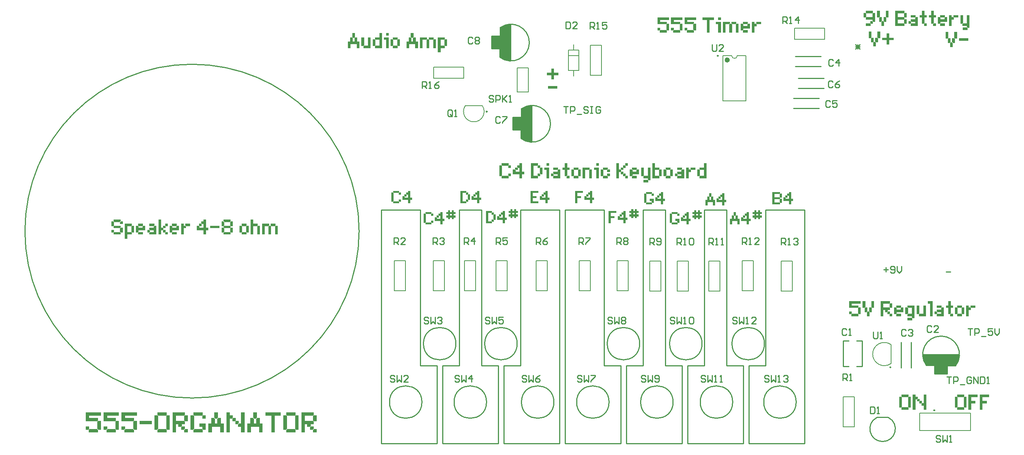
<source format=gbr>
%TF.GenerationSoftware,Altium Limited,DefaultClient, ()*%
G04 Layer_Color=65535*
%FSLAX26Y26*%
%MOIN*%
%TF.SameCoordinates,A8440E4E-9477-41F0-85EB-1FC8FE2754A5*%
%TF.FilePolarity,Positive*%
%TF.FileFunction,Legend,Top*%
%TF.Part,Single*%
G01*
G75*
%TA.AperFunction,NonConductor*%
%ADD31C,0.023622*%
%ADD32C,0.009842*%
%ADD33C,0.007874*%
%ADD34C,0.010000*%
%ADD35C,0.005906*%
G36*
X4463425Y4825000D02*
Y4495000D01*
X4435000D01*
X4424853Y4495482D01*
X4405138Y4500387D01*
X4386758Y4509043D01*
X4370420Y4521118D01*
X4363586Y4528634D01*
X4362702Y4531243D01*
X4361986Y4536708D01*
X4362350Y4542207D01*
X4363780Y4547529D01*
X4365000Y4550000D01*
D01*
Y4605000D01*
X4290000D01*
Y4717690D01*
X4365351D01*
Y4790000D01*
X4371062Y4795711D01*
X4378026Y4802675D01*
X4394405Y4813619D01*
X4412604Y4821157D01*
X4431923Y4825000D01*
X4441772D01*
X4441773Y4825000D01*
X4463425D01*
D02*
G37*
G36*
X4653425Y4095000D02*
Y3765000D01*
X4625000D01*
X4614853Y3765482D01*
X4595138Y3770387D01*
X4576758Y3779043D01*
X4560420Y3791119D01*
X4553586Y3798634D01*
X4552702Y3801243D01*
X4551986Y3806708D01*
X4552350Y3812207D01*
X4553780Y3817529D01*
X4555000Y3820000D01*
D01*
Y3875000D01*
X4480000D01*
Y3987689D01*
X4555351D01*
Y4060000D01*
X4561062Y4065711D01*
X4568026Y4072675D01*
X4584405Y4083619D01*
X4602604Y4091157D01*
X4621923Y4095000D01*
X4631772D01*
X4631773Y4095000D01*
X4653425D01*
D02*
G37*
G36*
X8160000Y1856575D02*
X8490000D01*
X8490000Y1828149D01*
X8489517Y1818003D01*
X8484613Y1798288D01*
X8475957Y1779908D01*
X8463881Y1763570D01*
X8456366Y1756736D01*
X8456366D01*
X8453756Y1755852D01*
X8448292Y1755136D01*
X8442793Y1755500D01*
X8437471Y1756929D01*
X8435000Y1758150D01*
X8435000D01*
X8380000D01*
Y1683150D01*
X8267310D01*
Y1758501D01*
X8195000D01*
X8189289Y1764211D01*
X8182325Y1771176D01*
X8171381Y1787554D01*
X8163843Y1805753D01*
X8160000Y1825073D01*
Y1834922D01*
Y1834922D01*
Y1856575D01*
D02*
G37*
G36*
X4848266Y4388790D02*
X4887808D01*
Y4366237D01*
X4848266D01*
Y4328746D01*
X4824542D01*
Y4366237D01*
X4785000D01*
Y4388790D01*
X4824542D01*
Y4426281D01*
X4848266D01*
Y4388790D01*
D02*
G37*
G36*
X4877891Y4246237D02*
X4794707D01*
Y4268790D01*
X4877891D01*
Y4246237D01*
D02*
G37*
G36*
X8532891Y1476281D02*
X8552808D01*
Y1378746D01*
X8532891D01*
Y1382553D01*
X8529083D01*
Y1472474D01*
X8473725D01*
Y1476281D01*
X8469624D01*
Y1495027D01*
X8532891D01*
Y1476281D01*
D02*
G37*
G36*
X8754909Y1472474D02*
X8695743D01*
Y1438790D01*
X8734992D01*
Y1416237D01*
X8695743D01*
Y1360000D01*
X8672018D01*
Y1495027D01*
X8754909D01*
Y1472474D01*
D02*
G37*
G36*
X8653858D02*
X8594693D01*
Y1438790D01*
X8633941D01*
Y1416237D01*
X8594693D01*
Y1360000D01*
X8570968D01*
Y1495027D01*
X8653858D01*
Y1472474D01*
D02*
G37*
G36*
X8469624D02*
X8473725D01*
Y1382553D01*
X8529083D01*
Y1378746D01*
X8532891D01*
Y1360000D01*
X8469624D01*
Y1378746D01*
X8450000D01*
Y1476281D01*
X8469624D01*
Y1472474D01*
D02*
G37*
G36*
X8193400Y1360000D02*
X8169675D01*
Y1397491D01*
X8149758D01*
Y1416237D01*
X8130426D01*
Y1434982D01*
X8110216D01*
Y1453728D01*
X8094693D01*
Y1360000D01*
X8070968D01*
Y1495027D01*
X8094693D01*
Y1476281D01*
X8114610D01*
Y1457536D01*
X8134234D01*
Y1438790D01*
X8154151D01*
Y1420044D01*
X8169675D01*
Y1495027D01*
X8193400D01*
Y1360000D01*
D02*
G37*
G36*
X8032891Y1476281D02*
X8052808D01*
Y1378746D01*
X8032891D01*
Y1382553D01*
X8029083D01*
Y1472474D01*
X7973725D01*
Y1476281D01*
X7969624D01*
Y1495027D01*
X8032891D01*
Y1476281D01*
D02*
G37*
G36*
X7969624Y1472474D02*
X7973725D01*
Y1382553D01*
X8029083D01*
Y1378746D01*
X8032891D01*
Y1360000D01*
X7969624D01*
Y1378746D01*
X7950000D01*
Y1476281D01*
X7969624D01*
Y1472474D01*
D02*
G37*
G36*
X7777808Y4699982D02*
X7757891D01*
Y4703790D01*
X7754083D01*
Y4760027D01*
X7777808D01*
Y4699982D01*
D02*
G37*
G36*
X7754083D02*
X7757891D01*
Y4662491D01*
X7738266D01*
Y4666299D01*
X7734166D01*
Y4703790D01*
X7754083D01*
Y4699982D01*
D02*
G37*
G36*
X7859234Y4703790D02*
X7898776D01*
Y4681237D01*
X7859234D01*
Y4643746D01*
X7835509D01*
Y4681237D01*
X7795968D01*
Y4703790D01*
X7835509D01*
Y4741281D01*
X7859234D01*
Y4703790D01*
D02*
G37*
G36*
X7698725D02*
X7718349D01*
Y4666299D01*
X7734166D01*
Y4662491D01*
X7738266D01*
Y4625000D01*
X7714542D01*
Y4662491D01*
X7694624D01*
Y4699982D01*
X7675000D01*
Y4760027D01*
X7698725D01*
Y4703790D01*
D02*
G37*
G36*
X8467808Y4694982D02*
X8447891D01*
Y4698790D01*
X8444083D01*
Y4755027D01*
X8467808D01*
Y4694982D01*
D02*
G37*
G36*
X8568858Y4676237D02*
X8485675D01*
Y4698790D01*
X8568858D01*
Y4676237D01*
D02*
G37*
G36*
X8444083Y4694982D02*
X8447891D01*
Y4657491D01*
X8428266D01*
Y4661299D01*
X8424166D01*
Y4698790D01*
X8444083D01*
Y4694982D01*
D02*
G37*
G36*
X8388725Y4698790D02*
X8408349D01*
Y4661299D01*
X8424166D01*
Y4657491D01*
X8428266D01*
Y4620000D01*
X8404541D01*
Y4657491D01*
X8384624D01*
Y4694982D01*
X8365000D01*
Y4755027D01*
X8388725D01*
Y4698790D01*
D02*
G37*
G36*
X7712891Y4926281D02*
X7732808D01*
Y4847491D01*
X7712891D01*
Y4851299D01*
X7709083D01*
Y4866237D01*
X7649624D01*
Y4884982D01*
X7630000D01*
Y4926281D01*
X7649624D01*
Y4922474D01*
X7653725D01*
Y4888790D01*
X7709083D01*
Y4922474D01*
X7653725D01*
Y4926281D01*
X7649624D01*
Y4945027D01*
X7712891D01*
Y4926281D01*
D02*
G37*
G36*
X8480289Y4884982D02*
X8440747D01*
Y4888790D01*
X8436647D01*
Y4907536D01*
X8480289D01*
Y4884982D01*
D02*
G37*
G36*
X7995246Y4926281D02*
X8015163D01*
Y4884982D01*
X7995246D01*
Y4888790D01*
X7991439D01*
Y4922474D01*
X7936081D01*
Y4888790D01*
X7991439D01*
Y4884982D01*
X7995246D01*
Y4870044D01*
X8015163D01*
Y4828746D01*
X7995246D01*
Y4832553D01*
X7991439D01*
Y4866237D01*
X7936081D01*
Y4832553D01*
X7991439D01*
Y4828746D01*
X7995246D01*
Y4810000D01*
X7912356D01*
Y4945027D01*
X7995246D01*
Y4926281D01*
D02*
G37*
G36*
X7853776Y4884982D02*
X7833858D01*
Y4888790D01*
X7830051D01*
Y4945027D01*
X7853776D01*
Y4884982D01*
D02*
G37*
G36*
X8359321Y4888790D02*
X8378945D01*
Y4847491D01*
X8319780D01*
Y4832553D01*
X8359321D01*
Y4810000D01*
X8315679D01*
Y4828746D01*
X8296055D01*
Y4888790D01*
X8315679D01*
Y4884982D01*
X8319780D01*
Y4870044D01*
X8355220D01*
Y4884982D01*
X8319780D01*
Y4888790D01*
X8315679D01*
Y4907536D01*
X8359321D01*
Y4888790D01*
D02*
G37*
G36*
X7830051Y4884982D02*
X7833858D01*
Y4847491D01*
X7814234D01*
Y4851299D01*
X7810133D01*
Y4888790D01*
X7830051D01*
Y4884982D01*
D02*
G37*
G36*
X8581046Y4791254D02*
X8561422D01*
Y4795062D01*
X8557321D01*
Y4810000D01*
X8517487D01*
Y4828746D01*
X8498156D01*
Y4907536D01*
X8521880D01*
Y4832553D01*
X8557321D01*
Y4907536D01*
X8581046D01*
Y4791254D01*
D02*
G37*
G36*
X8096590Y4888790D02*
X8116214D01*
Y4810000D01*
X8052948D01*
Y4828746D01*
X8033323D01*
Y4851299D01*
X8052655D01*
Y4847491D01*
X8057048D01*
Y4832553D01*
X8092489D01*
Y4847491D01*
X8057048D01*
Y4851299D01*
X8052655D01*
Y4870044D01*
X8092489D01*
Y4884982D01*
X8052948D01*
Y4907536D01*
X8096590D01*
Y4888790D01*
D02*
G37*
G36*
X7709083Y4847491D02*
X7712891D01*
Y4828746D01*
X7693559D01*
Y4832553D01*
X7689166D01*
Y4851299D01*
X7709083D01*
Y4847491D01*
D02*
G37*
G36*
X8420830Y4888790D02*
X8436647D01*
Y4884982D01*
X8440747D01*
Y4866237D01*
X8420830D01*
Y4810000D01*
X8397105D01*
Y4907536D01*
X8420830D01*
Y4888790D01*
D02*
G37*
G36*
X8258563Y4907536D02*
X8278188D01*
Y4884982D01*
X8258563D01*
Y4832553D01*
X8278188D01*
Y4810000D01*
X8253877D01*
Y4828746D01*
X8234838D01*
Y4884982D01*
X8215214D01*
Y4907536D01*
X8234838D01*
Y4945027D01*
X8258563D01*
Y4907536D01*
D02*
G37*
G36*
X8177723D02*
X8197347D01*
Y4884982D01*
X8177723D01*
Y4832553D01*
X8197347D01*
Y4810000D01*
X8173037D01*
Y4828746D01*
X8153998D01*
Y4884982D01*
X8134374D01*
Y4907536D01*
X8153998D01*
Y4945027D01*
X8177723D01*
Y4907536D01*
D02*
G37*
G36*
X7774693Y4888790D02*
X7794317D01*
Y4851299D01*
X7810133D01*
Y4847491D01*
X7814234D01*
Y4810000D01*
X7790509D01*
Y4847491D01*
X7770592D01*
Y4884982D01*
X7750968D01*
Y4945027D01*
X7774693D01*
Y4888790D01*
D02*
G37*
G36*
X7689166Y4828746D02*
X7693559D01*
Y4810000D01*
X7649624D01*
Y4832553D01*
X7689166D01*
Y4828746D01*
D02*
G37*
G36*
X8557321Y4791254D02*
X8561422D01*
Y4772509D01*
X8517780D01*
Y4795062D01*
X8557321D01*
Y4791254D01*
D02*
G37*
G36*
X8633230Y2274982D02*
X8593689D01*
Y2278790D01*
X8589588D01*
Y2297536D01*
X8633230D01*
Y2274982D01*
D02*
G37*
G36*
X7865246Y2316281D02*
X7885163D01*
Y2274982D01*
X7865246D01*
Y2278790D01*
X7861439D01*
Y2312474D01*
X7806081D01*
Y2278790D01*
X7861439D01*
Y2274982D01*
X7865246D01*
Y2256237D01*
X7845622D01*
Y2241299D01*
X7865246D01*
Y2222553D01*
X7885163D01*
Y2200000D01*
X7861439D01*
Y2218746D01*
X7841521D01*
Y2237491D01*
X7821897D01*
Y2256237D01*
X7806081D01*
Y2199707D01*
X7782356Y2200000D01*
Y2335027D01*
X7865246D01*
Y2316281D01*
D02*
G37*
G36*
X7723776Y2274982D02*
X7703858D01*
Y2278790D01*
X7700051D01*
Y2335027D01*
X7723776D01*
Y2274982D01*
D02*
G37*
G36*
X7966590Y2278790D02*
X7986214D01*
Y2237491D01*
X7927048D01*
Y2222553D01*
X7966590D01*
Y2200000D01*
X7922948D01*
Y2218746D01*
X7903323D01*
Y2278790D01*
X7922948D01*
Y2274982D01*
X7927048D01*
Y2260044D01*
X7962489D01*
Y2274982D01*
X7927048D01*
Y2278790D01*
X7922948D01*
Y2297536D01*
X7966590D01*
Y2278790D01*
D02*
G37*
G36*
X7700051Y2274982D02*
X7703858D01*
Y2237491D01*
X7684234D01*
Y2241299D01*
X7680133D01*
Y2278790D01*
X7700051D01*
Y2274982D01*
D02*
G37*
G36*
X8330371Y2278790D02*
X8349996D01*
Y2200000D01*
X8286729D01*
Y2218746D01*
X8267105D01*
Y2241299D01*
X8286436D01*
Y2237491D01*
X8290830D01*
Y2222553D01*
X8326271D01*
Y2237491D01*
X8290830D01*
Y2241299D01*
X8286436D01*
Y2260044D01*
X8326271D01*
Y2274982D01*
X8286729D01*
Y2297536D01*
X8330371D01*
Y2278790D01*
D02*
G37*
G36*
X8188608Y2200000D02*
X8125049D01*
Y2218746D01*
X8105424D01*
Y2297536D01*
X8129149D01*
Y2222553D01*
X8164883D01*
Y2297536D01*
X8188608D01*
Y2200000D01*
D02*
G37*
G36*
X8087265Y2181254D02*
X8067640D01*
Y2185062D01*
X8063540D01*
Y2200000D01*
X8023705D01*
Y2218746D01*
X8004374D01*
Y2278790D01*
X8023998D01*
Y2274982D01*
X8028099D01*
Y2222553D01*
X8063540D01*
Y2274982D01*
X8028099D01*
Y2278790D01*
X8023998D01*
Y2297536D01*
X8087265D01*
Y2181254D01*
D02*
G37*
G36*
X8512262Y2278790D02*
X8531887D01*
Y2218746D01*
X8512262D01*
Y2222553D01*
X8508162D01*
Y2274982D01*
X8472721D01*
Y2278790D01*
X8468620D01*
Y2297536D01*
X8512262D01*
Y2278790D01*
D02*
G37*
G36*
X7602808Y2312474D02*
X7523725D01*
Y2297536D01*
X7582891D01*
Y2278790D01*
X7602808D01*
Y2218746D01*
X7582891D01*
Y2222553D01*
X7579083D01*
Y2274982D01*
X7500000D01*
Y2335027D01*
X7602808D01*
Y2312474D01*
D02*
G37*
G36*
X8573771Y2278790D02*
X8589588D01*
Y2274982D01*
X8593689D01*
Y2256237D01*
X8573771D01*
Y2200000D01*
X8550047D01*
Y2297536D01*
X8573771D01*
Y2278790D01*
D02*
G37*
G36*
X8468620Y2274982D02*
X8472721D01*
Y2222553D01*
X8508162D01*
Y2218746D01*
X8512262D01*
Y2200000D01*
X8468620D01*
Y2218746D01*
X8448996D01*
Y2278790D01*
X8468620D01*
Y2274982D01*
D02*
G37*
G36*
X8411505Y2297536D02*
X8431129D01*
Y2274982D01*
X8411505D01*
Y2222553D01*
X8431129D01*
Y2200000D01*
X8406818D01*
Y2218746D01*
X8387780D01*
Y2274982D01*
X8368156D01*
Y2297536D01*
X8387780D01*
Y2335027D01*
X8411505D01*
Y2297536D01*
D02*
G37*
G36*
X8250117Y2200000D02*
X8226392D01*
Y2312474D01*
X8206475D01*
Y2335027D01*
X8250117D01*
Y2200000D01*
D02*
G37*
G36*
X7644693Y2278790D02*
X7664317D01*
Y2241299D01*
X7680133D01*
Y2237491D01*
X7684234D01*
Y2200000D01*
X7660509D01*
Y2237491D01*
X7640592D01*
Y2274982D01*
X7620968D01*
Y2335027D01*
X7644693D01*
Y2278790D01*
D02*
G37*
G36*
X7523725Y2222553D02*
X7579083D01*
Y2218746D01*
X7582891D01*
Y2200000D01*
X7519624Y2199707D01*
Y2218746D01*
X7500000D01*
Y2241299D01*
X7523725D01*
Y2222553D01*
D02*
G37*
G36*
X8063540Y2181254D02*
X8067640D01*
Y2162509D01*
X8023998D01*
Y2185062D01*
X8063540D01*
Y2181254D01*
D02*
G37*
G36*
X1696886Y1310068D02*
X1723447D01*
Y1279992D01*
X1691808D01*
Y1304990D01*
X1617985D01*
Y1310068D01*
X1612516D01*
Y1335067D01*
X1696886D01*
Y1310068D01*
D02*
G37*
G36*
X2691744D02*
X2718305D01*
Y1254994D01*
X2691744D01*
Y1260071D01*
X2686666D01*
Y1304990D01*
X2612843D01*
Y1260071D01*
X2686666D01*
Y1254994D01*
X2691744D01*
Y1229995D01*
X2665574D01*
Y1210075D01*
X2691744D01*
Y1185076D01*
X2718305D01*
Y1155000D01*
X2686666D01*
Y1179998D01*
X2660105D01*
Y1204997D01*
X2633935D01*
Y1229995D01*
X2612843D01*
Y1154609D01*
X2581204Y1155000D01*
Y1335067D01*
X2691744D01*
Y1310068D01*
D02*
G37*
G36*
X1535568D02*
X1562129D01*
Y1254994D01*
X1535568D01*
Y1260071D01*
X1530490D01*
Y1304990D01*
X1456667D01*
Y1260071D01*
X1530490D01*
Y1254994D01*
X1535568D01*
Y1229995D01*
X1509398D01*
Y1210075D01*
X1535568D01*
Y1185076D01*
X1562129D01*
Y1155000D01*
X1530490D01*
Y1179998D01*
X1503929D01*
Y1204997D01*
X1477759D01*
Y1229995D01*
X1456667D01*
Y1154609D01*
X1425028Y1155000D01*
Y1335067D01*
X1535568D01*
Y1310068D01*
D02*
G37*
G36*
X2181620Y1285070D02*
X2207791D01*
Y1235073D01*
X2234351D01*
Y1155000D01*
X2202713D01*
Y1204997D01*
X2128889D01*
Y1155000D01*
X2097251D01*
Y1235073D01*
X2123421D01*
Y1285070D01*
X2149591D01*
Y1279992D01*
X2155450D01*
Y1235073D01*
X2176152D01*
Y1279992D01*
X2155450D01*
Y1285070D01*
X2149591D01*
Y1335067D01*
X2181620D01*
Y1285070D01*
D02*
G37*
G36*
X2072252Y1155000D02*
X2040614D01*
Y1204997D01*
X2014053D01*
Y1229995D01*
X1988273D01*
Y1254994D01*
X1961322D01*
Y1279992D01*
X1940620D01*
Y1155000D01*
X1908982D01*
Y1335067D01*
X1940620D01*
Y1310068D01*
X1967181D01*
Y1285070D01*
X1993351D01*
Y1260071D01*
X2019912D01*
Y1235073D01*
X2040614D01*
Y1335067D01*
X2072252D01*
Y1155000D01*
D02*
G37*
G36*
X1832033Y1285070D02*
X1858204D01*
Y1235073D01*
X1884764D01*
Y1155000D01*
X1853126D01*
Y1204997D01*
X1779302D01*
Y1155000D01*
X1747664D01*
Y1235073D01*
X1773834D01*
Y1285070D01*
X1800004D01*
Y1279992D01*
X1805863D01*
Y1235073D01*
X1826565D01*
Y1279992D01*
X1805863D01*
Y1285070D01*
X1800004D01*
Y1335067D01*
X1832033D01*
Y1285070D01*
D02*
G37*
G36*
X1239493Y1229995D02*
X1128563D01*
Y1260071D01*
X1239493D01*
Y1229995D01*
D02*
G37*
G36*
X2530426Y1310068D02*
X2556987D01*
Y1179998D01*
X2530426D01*
Y1185076D01*
X2525348D01*
Y1304990D01*
X2451525D01*
Y1310068D01*
X2446057D01*
Y1335067D01*
X2530426D01*
Y1310068D01*
D02*
G37*
G36*
X1723447Y1179998D02*
X1696886D01*
Y1185076D01*
X1691808D01*
Y1204997D01*
X1665247D01*
Y1235073D01*
X1723447D01*
Y1179998D01*
D02*
G37*
G36*
X1374250Y1310068D02*
X1400811D01*
Y1179998D01*
X1374250D01*
Y1185076D01*
X1369172D01*
Y1304990D01*
X1295349D01*
Y1310068D01*
X1289881D01*
Y1335067D01*
X1374250D01*
Y1310068D01*
D02*
G37*
G36*
X1104736Y1304990D02*
X999274D01*
Y1285070D01*
X1078175D01*
Y1260071D01*
X1104736D01*
Y1179998D01*
X1078175D01*
Y1185076D01*
X1073098D01*
Y1254994D01*
X967636D01*
Y1335067D01*
X1104736D01*
Y1304990D01*
D02*
G37*
G36*
X943418D02*
X837956D01*
Y1285070D01*
X916858D01*
Y1260071D01*
X943418D01*
Y1179998D01*
X916858D01*
Y1185076D01*
X911780D01*
Y1254994D01*
X806318D01*
Y1335067D01*
X943418D01*
Y1304990D01*
D02*
G37*
G36*
X782101D02*
X676639D01*
Y1285070D01*
X755540D01*
Y1260071D01*
X782101D01*
Y1179998D01*
X755540D01*
Y1185076D01*
X750462D01*
Y1254994D01*
X645000D01*
Y1335067D01*
X782101D01*
Y1304990D01*
D02*
G37*
G36*
X2446057D02*
X2451525D01*
Y1185076D01*
X2525348D01*
Y1179998D01*
X2530426D01*
Y1155000D01*
X2446057D01*
Y1179998D01*
X2419886D01*
Y1310068D01*
X2446057D01*
Y1304990D01*
D02*
G37*
G36*
X2395669D02*
X2342938D01*
Y1155000D01*
X2311300D01*
Y1304990D01*
X2258569D01*
Y1335067D01*
X2395669D01*
Y1304990D01*
D02*
G37*
G36*
X1612516D02*
X1617985D01*
Y1185076D01*
X1691808D01*
Y1179998D01*
X1696886D01*
Y1155000D01*
X1612516D01*
Y1179998D01*
X1586346D01*
Y1310068D01*
X1612516D01*
Y1304990D01*
D02*
G37*
G36*
X1289881D02*
X1295349D01*
Y1185076D01*
X1369172D01*
Y1179998D01*
X1374250D01*
Y1155000D01*
X1289881D01*
Y1179998D01*
X1263710D01*
Y1310068D01*
X1289881D01*
Y1304990D01*
D02*
G37*
G36*
X999274Y1185076D02*
X1073098D01*
Y1179998D01*
X1078175D01*
Y1155000D01*
X993806Y1154609D01*
Y1179998D01*
X967636D01*
Y1210075D01*
X999274D01*
Y1185076D01*
D02*
G37*
G36*
X837956D02*
X911780D01*
Y1179998D01*
X916858D01*
Y1155000D01*
X832488Y1154609D01*
Y1179998D01*
X806318D01*
Y1210075D01*
X837956D01*
Y1185076D01*
D02*
G37*
G36*
X676639D02*
X750462D01*
Y1179998D01*
X755540D01*
Y1155000D01*
X671170Y1154609D01*
Y1179998D01*
X645000D01*
Y1210075D01*
X676639D01*
Y1185076D01*
D02*
G37*
G36*
X5512854Y3552474D02*
X5492644D01*
Y3556281D01*
X5489130D01*
Y3575027D01*
X5512854D01*
Y3552474D01*
D02*
G37*
G36*
X5251588D02*
X5227863D01*
Y3575027D01*
X5251588D01*
Y3552474D01*
D02*
G37*
G36*
X4806965D02*
X4783240D01*
Y3575027D01*
X4806965D01*
Y3552474D01*
D02*
G37*
G36*
X5489130D02*
X5492644D01*
Y3533728D01*
X5473313D01*
Y3537536D01*
X5469212D01*
Y3556281D01*
X5489130D01*
Y3552474D01*
D02*
G37*
G36*
X4442891Y3556281D02*
X4462808D01*
Y3533728D01*
X4439083D01*
Y3552474D01*
X4383725D01*
Y3556281D01*
X4379624D01*
Y3575027D01*
X4442891D01*
Y3556281D01*
D02*
G37*
G36*
X6119450Y3514982D02*
X6079909D01*
Y3518790D01*
X6075808D01*
Y3537536D01*
X6119450D01*
Y3514982D01*
D02*
G37*
G36*
X5469212Y3533728D02*
X5473313D01*
Y3514982D01*
X5453689D01*
Y3518790D01*
X5449295D01*
Y3537536D01*
X5469212D01*
Y3533728D01*
D02*
G37*
G36*
X4520216D02*
X4524903D01*
Y3514982D01*
X4504693D01*
Y3518790D01*
X4500592D01*
Y3537536D01*
X4520216D01*
Y3533728D01*
D02*
G37*
G36*
X5594281Y3518790D02*
X5613905D01*
Y3477491D01*
X5554739D01*
Y3462553D01*
X5594281D01*
Y3440000D01*
X5550639D01*
Y3458746D01*
X5531014D01*
Y3518790D01*
X5550639D01*
Y3514982D01*
X5554739D01*
Y3500044D01*
X5590180D01*
Y3514982D01*
X5554739D01*
Y3518790D01*
X5550639D01*
Y3537536D01*
X5594281D01*
Y3518790D01*
D02*
G37*
G36*
X4564151Y3500044D02*
X4583776D01*
Y3477491D01*
X4564151D01*
Y3440000D01*
X4540426D01*
Y3477491D01*
X4480968D01*
Y3518790D01*
X4500592D01*
Y3514982D01*
X4504693D01*
Y3500044D01*
X4540426D01*
Y3533728D01*
X4524903D01*
Y3537536D01*
X4520216D01*
Y3556281D01*
X4540426D01*
Y3575027D01*
X4564151D01*
Y3500044D01*
D02*
G37*
G36*
X5331842Y3518790D02*
X5351467D01*
Y3496237D01*
X5327742D01*
Y3514982D01*
X5292301D01*
Y3518790D01*
X5288200D01*
Y3537536D01*
X5331842D01*
Y3518790D01*
D02*
G37*
G36*
X4705622Y3556281D02*
X4725539D01*
Y3537536D01*
X4745163D01*
Y3477491D01*
X4725539D01*
Y3481299D01*
X4721439D01*
Y3533728D01*
X4701814D01*
Y3552474D01*
X4666081D01*
Y3462553D01*
X4701814D01*
Y3458746D01*
X4705622D01*
Y3440000D01*
X4642356D01*
Y3575027D01*
X4705622D01*
Y3556281D01*
D02*
G37*
G36*
X6220501Y3440000D02*
X6156941D01*
Y3458746D01*
X6137317D01*
Y3518790D01*
X6156941D01*
Y3514982D01*
X6161042D01*
Y3462553D01*
X6196776D01*
Y3514982D01*
X6161042D01*
Y3518790D01*
X6156941D01*
Y3537536D01*
X6196776D01*
Y3575027D01*
X6220501D01*
Y3440000D01*
D02*
G37*
G36*
X5998483Y3518790D02*
X6018107D01*
Y3440000D01*
X5954841D01*
Y3458746D01*
X5935216D01*
Y3481299D01*
X5954548D01*
Y3477491D01*
X5958941D01*
Y3462553D01*
X5994382D01*
Y3477491D01*
X5958941D01*
Y3481299D01*
X5954548D01*
Y3500044D01*
X5994382D01*
Y3514982D01*
X5954841D01*
Y3537536D01*
X5998483D01*
Y3518790D01*
D02*
G37*
G36*
X5714955Y3421254D02*
X5695331D01*
Y3425062D01*
X5691230D01*
Y3440000D01*
X5651396D01*
Y3458746D01*
X5632065D01*
Y3537536D01*
X5655790D01*
Y3462553D01*
X5691230D01*
Y3537536D01*
X5714955D01*
Y3421254D01*
D02*
G37*
G36*
X4887220Y3518790D02*
X4906844D01*
Y3440000D01*
X4843578D01*
Y3458746D01*
X4823954D01*
Y3481299D01*
X4843285D01*
Y3477491D01*
X4847678D01*
Y3462553D01*
X4883119D01*
Y3477491D01*
X4847678D01*
Y3481299D01*
X4843285D01*
Y3500044D01*
X4883119D01*
Y3514982D01*
X4843578D01*
Y3537536D01*
X4887220D01*
Y3518790D01*
D02*
G37*
G36*
X5897432D02*
X5917056D01*
Y3458746D01*
X5897432D01*
Y3462553D01*
X5893332D01*
Y3514982D01*
X5857891D01*
Y3518790D01*
X5853790D01*
Y3537536D01*
X5897432D01*
Y3518790D01*
D02*
G37*
G36*
X5756840Y3537536D02*
X5796382D01*
Y3518790D01*
X5816299D01*
Y3458746D01*
X5796382D01*
Y3462553D01*
X5792574D01*
Y3514982D01*
X5756840D01*
Y3462553D01*
X5792574D01*
Y3458746D01*
X5796382D01*
Y3440000D01*
X5733115D01*
Y3575027D01*
X5756840D01*
Y3537536D01*
D02*
G37*
G36*
X5351467Y3458746D02*
X5331842D01*
Y3462553D01*
X5327742D01*
Y3481299D01*
X5351467D01*
Y3458746D01*
D02*
G37*
G36*
X5069111Y3518790D02*
X5088735D01*
Y3458746D01*
X5069111D01*
Y3462553D01*
X5065010D01*
Y3514982D01*
X5029569D01*
Y3518790D01*
X5025469D01*
Y3537536D01*
X5069111D01*
Y3518790D01*
D02*
G37*
G36*
X4721439Y3477491D02*
X4725539D01*
Y3458746D01*
X4705622D01*
Y3462553D01*
X4701814D01*
Y3481299D01*
X4721439D01*
Y3477491D01*
D02*
G37*
G36*
X4462808Y3458746D02*
X4442891D01*
Y3462553D01*
X4439083D01*
Y3481299D01*
X4462808D01*
Y3458746D01*
D02*
G37*
G36*
X6059992Y3518790D02*
X6075808D01*
Y3514982D01*
X6079909D01*
Y3496237D01*
X6059992D01*
Y3440000D01*
X6036267D01*
Y3537536D01*
X6059992D01*
Y3518790D01*
D02*
G37*
G36*
X5853790Y3514982D02*
X5857891D01*
Y3462553D01*
X5893332D01*
Y3458746D01*
X5897432D01*
Y3440000D01*
X5853790D01*
Y3458746D01*
X5834166D01*
Y3518790D01*
X5853790D01*
Y3514982D01*
D02*
G37*
G36*
X5433771Y3518790D02*
X5449295D01*
Y3514982D01*
X5453689D01*
Y3500044D01*
X5473313D01*
Y3481299D01*
X5492644D01*
Y3462553D01*
X5512854D01*
Y3440000D01*
X5489130D01*
Y3458746D01*
X5469212D01*
Y3477491D01*
X5449295D01*
Y3496237D01*
X5433771D01*
Y3440000D01*
X5410047D01*
Y3575027D01*
X5433771D01*
Y3518790D01*
D02*
G37*
G36*
X5288200Y3514982D02*
X5292301D01*
Y3462553D01*
X5327742D01*
Y3458746D01*
X5331842D01*
Y3440000D01*
X5288200D01*
Y3458746D01*
X5268576D01*
Y3518790D01*
X5288200D01*
Y3514982D01*
D02*
G37*
G36*
X5251588Y3440000D02*
X5227863D01*
Y3514982D01*
X5207945D01*
Y3537536D01*
X5251588D01*
Y3440000D01*
D02*
G37*
G36*
X5170161Y3518790D02*
X5190079D01*
Y3440000D01*
X5166354D01*
Y3514982D01*
X5130620D01*
Y3440000D01*
X5106895D01*
Y3537536D01*
X5170161D01*
Y3518790D01*
D02*
G37*
G36*
X5025469Y3514982D02*
X5029569D01*
Y3462553D01*
X5065010D01*
Y3458746D01*
X5069111D01*
Y3440000D01*
X5025469D01*
Y3458746D01*
X5005845D01*
Y3518790D01*
X5025469D01*
Y3514982D01*
D02*
G37*
G36*
X4968353Y3537536D02*
X4987978D01*
Y3514982D01*
X4968353D01*
Y3462553D01*
X4987978D01*
Y3440000D01*
X4963667D01*
Y3458746D01*
X4944628D01*
Y3514982D01*
X4925004D01*
Y3537536D01*
X4944628D01*
Y3575027D01*
X4968353D01*
Y3537536D01*
D02*
G37*
G36*
X4806965Y3440000D02*
X4783240D01*
Y3514982D01*
X4763323D01*
Y3537536D01*
X4806965D01*
Y3440000D01*
D02*
G37*
G36*
X4379624Y3552474D02*
X4383725D01*
Y3462553D01*
X4439083D01*
Y3458746D01*
X4442891D01*
Y3440000D01*
X4379624D01*
Y3458746D01*
X4360000D01*
Y3556281D01*
X4379624D01*
Y3552474D01*
D02*
G37*
G36*
X5691230Y3421254D02*
X5695331D01*
Y3402509D01*
X5651689D01*
Y3425062D01*
X5691230D01*
Y3421254D01*
D02*
G37*
G36*
X6700951Y3137530D02*
X6717306D01*
Y3118734D01*
X6700951D01*
Y3106285D01*
X6717306D01*
Y3087490D01*
X6700951D01*
Y3071867D01*
X6681179D01*
Y3087490D01*
X6667753D01*
Y3071867D01*
X6647981D01*
Y3087490D01*
X6631627D01*
Y3106285D01*
X6647981D01*
Y3118734D01*
X6631627D01*
Y3137530D01*
X6647981D01*
Y3153153D01*
X6667753D01*
Y3137530D01*
X6681179D01*
Y3153153D01*
X6700951D01*
Y3137530D01*
D02*
G37*
G36*
X6563523Y3103112D02*
X6567428D01*
Y3087490D01*
X6550585D01*
Y3090663D01*
X6547168D01*
Y3106285D01*
X6563523D01*
Y3103112D01*
D02*
G37*
G36*
X6600138Y3075041D02*
X6616492D01*
Y3056245D01*
X6600138D01*
Y3025000D01*
X6580366D01*
Y3056245D01*
X6530813D01*
Y3090663D01*
X6547168D01*
Y3087490D01*
X6550585D01*
Y3075041D01*
X6580366D01*
Y3103112D01*
X6567428D01*
Y3106285D01*
X6563523D01*
Y3121908D01*
X6580366D01*
Y3137530D01*
X6600138D01*
Y3075041D01*
D02*
G37*
G36*
X6482726Y3106285D02*
X6499080D01*
Y3075041D01*
X6515679D01*
Y3025000D01*
X6495907D01*
Y3056245D01*
X6449772D01*
Y3025000D01*
X6430000D01*
Y3075041D01*
X6446355D01*
Y3106285D01*
X6462709D01*
Y3103112D01*
X6466371D01*
Y3075041D01*
X6479308D01*
Y3103112D01*
X6466371D01*
Y3106285D01*
X6462709D01*
Y3137530D01*
X6482726D01*
Y3106285D01*
D02*
G37*
G36*
X5594352Y3147530D02*
X5610707D01*
Y3128734D01*
X5594352D01*
Y3116285D01*
X5610707D01*
Y3097490D01*
X5594352D01*
Y3081867D01*
X5574580D01*
Y3097490D01*
X5561155D01*
Y3081867D01*
X5541382D01*
Y3097490D01*
X5525028D01*
Y3116285D01*
X5541382D01*
Y3128734D01*
X5525028D01*
Y3147530D01*
X5541382D01*
Y3163153D01*
X5561155D01*
Y3147530D01*
X5574580D01*
Y3163153D01*
X5594352D01*
Y3147530D01*
D02*
G37*
G36*
X5456924Y3113112D02*
X5460829D01*
Y3097490D01*
X5443987D01*
Y3100663D01*
X5440569D01*
Y3116285D01*
X5456924D01*
Y3113112D01*
D02*
G37*
G36*
X5493539Y3085041D02*
X5509894D01*
Y3066245D01*
X5493539D01*
Y3035000D01*
X5473767D01*
Y3066245D01*
X5424215D01*
Y3100663D01*
X5440569D01*
Y3097490D01*
X5443987D01*
Y3085041D01*
X5473767D01*
Y3113112D01*
X5460829D01*
Y3116285D01*
X5456924D01*
Y3131908D01*
X5473767D01*
Y3147530D01*
X5493539D01*
Y3085041D01*
D02*
G37*
G36*
X5409080Y3128734D02*
X5359772D01*
Y3100663D01*
X5392481D01*
Y3081867D01*
X5359772D01*
Y3035000D01*
X5340000D01*
Y3147530D01*
X5409080D01*
Y3128734D01*
D02*
G37*
G36*
X6160951Y3137530D02*
X6177306D01*
Y3118734D01*
X6160951D01*
Y3106285D01*
X6177306D01*
Y3087490D01*
X6160951D01*
Y3071867D01*
X6141179D01*
Y3087490D01*
X6127753D01*
Y3071867D01*
X6107981D01*
Y3087490D01*
X6091627D01*
Y3106285D01*
X6107981D01*
Y3118734D01*
X6091627D01*
Y3137530D01*
X6107981D01*
Y3153153D01*
X6127753D01*
Y3137530D01*
X6141179D01*
Y3153153D01*
X6160951D01*
Y3137530D01*
D02*
G37*
G36*
X5959080Y3121908D02*
X5975679D01*
Y3103112D01*
X5955907D01*
Y3118734D01*
X5909772D01*
Y3121908D01*
X5906355D01*
Y3137530D01*
X5959080D01*
Y3121908D01*
D02*
G37*
G36*
X6023523Y3103112D02*
X6027428D01*
Y3087490D01*
X6010585D01*
Y3090663D01*
X6007168D01*
Y3106285D01*
X6023523D01*
Y3103112D01*
D02*
G37*
G36*
X6060138Y3075041D02*
X6076492D01*
Y3056245D01*
X6060138D01*
Y3025000D01*
X6040366D01*
Y3056245D01*
X5990813D01*
Y3090663D01*
X6007168D01*
Y3087490D01*
X6010585D01*
Y3075041D01*
X6040366D01*
Y3103112D01*
X6027428D01*
Y3106285D01*
X6023523D01*
Y3121908D01*
X6040366D01*
Y3137530D01*
X6060138D01*
Y3075041D01*
D02*
G37*
G36*
X5975679Y3040622D02*
X5959080D01*
Y3043796D01*
X5955907D01*
Y3056245D01*
X5939308D01*
Y3075041D01*
X5975679D01*
Y3040622D01*
D02*
G37*
G36*
X5906355Y3118734D02*
X5909772D01*
Y3043796D01*
X5955907D01*
Y3040622D01*
X5959080D01*
Y3025000D01*
X5906355D01*
Y3040622D01*
X5890000D01*
Y3121908D01*
X5906355D01*
Y3118734D01*
D02*
G37*
G36*
X4510951Y3147530D02*
X4527306D01*
Y3128734D01*
X4510951D01*
Y3116285D01*
X4527306D01*
Y3097490D01*
X4510951D01*
Y3081867D01*
X4491179D01*
Y3097490D01*
X4477753D01*
Y3081867D01*
X4457981D01*
Y3097490D01*
X4441627D01*
Y3116285D01*
X4457981D01*
Y3128734D01*
X4441627D01*
Y3147530D01*
X4457981D01*
Y3163153D01*
X4477753D01*
Y3147530D01*
X4491179D01*
Y3163153D01*
X4510951D01*
Y3147530D01*
D02*
G37*
G36*
X4373523Y3113112D02*
X4377428D01*
Y3097490D01*
X4360585D01*
Y3100663D01*
X4357168D01*
Y3116285D01*
X4373523D01*
Y3113112D01*
D02*
G37*
G36*
X4410138Y3085041D02*
X4426492D01*
Y3066245D01*
X4410138D01*
Y3035000D01*
X4390366D01*
Y3066245D01*
X4340813D01*
Y3100663D01*
X4357168D01*
Y3097490D01*
X4360585D01*
Y3085041D01*
X4390366D01*
Y3113112D01*
X4377428D01*
Y3116285D01*
X4373523D01*
Y3131908D01*
X4390366D01*
Y3147530D01*
X4410138D01*
Y3085041D01*
D02*
G37*
G36*
X4292726Y3131908D02*
X4309324D01*
Y3116285D01*
X4325679D01*
Y3066245D01*
X4309324D01*
Y3069418D01*
X4305907D01*
Y3113112D01*
X4289552D01*
Y3128734D01*
X4259772D01*
Y3053796D01*
X4289552D01*
Y3050622D01*
X4292726D01*
Y3035000D01*
X4240000D01*
Y3147530D01*
X4292726D01*
Y3131908D01*
D02*
G37*
G36*
X4305907Y3066245D02*
X4309324D01*
Y3050622D01*
X4292726D01*
Y3053796D01*
X4289552D01*
Y3069418D01*
X4305907D01*
Y3066245D01*
D02*
G37*
G36*
X3950951Y3137530D02*
X3967306D01*
Y3118734D01*
X3950951D01*
Y3106285D01*
X3967306D01*
Y3087490D01*
X3950951D01*
Y3071867D01*
X3931179D01*
Y3087490D01*
X3917753D01*
Y3071867D01*
X3897981D01*
Y3087490D01*
X3881627D01*
Y3106285D01*
X3897981D01*
Y3118734D01*
X3881627D01*
Y3137530D01*
X3897981D01*
Y3153153D01*
X3917753D01*
Y3137530D01*
X3931179D01*
Y3153153D01*
X3950951D01*
Y3137530D01*
D02*
G37*
G36*
X3749080Y3121908D02*
X3765679D01*
Y3103112D01*
X3745907D01*
Y3118734D01*
X3699772D01*
Y3121908D01*
X3696355D01*
Y3137530D01*
X3749080D01*
Y3121908D01*
D02*
G37*
G36*
X3813523Y3103112D02*
X3817428D01*
Y3087490D01*
X3800585D01*
Y3090663D01*
X3797168D01*
Y3106285D01*
X3813523D01*
Y3103112D01*
D02*
G37*
G36*
X3850138Y3075041D02*
X3866492D01*
Y3056245D01*
X3850138D01*
Y3025000D01*
X3830366D01*
Y3056245D01*
X3780813D01*
Y3090663D01*
X3797168D01*
Y3087490D01*
X3800585D01*
Y3075041D01*
X3830366D01*
Y3103112D01*
X3817428D01*
Y3106285D01*
X3813523D01*
Y3121908D01*
X3830366D01*
Y3137530D01*
X3850138D01*
Y3075041D01*
D02*
G37*
G36*
X3765679Y3040622D02*
X3749080D01*
Y3043796D01*
X3745907D01*
Y3059418D01*
X3765679D01*
Y3040622D01*
D02*
G37*
G36*
X3696355Y3118734D02*
X3699772D01*
Y3043796D01*
X3745907D01*
Y3040622D01*
X3749080D01*
Y3025000D01*
X3696355D01*
Y3040622D01*
X3680000D01*
Y3121908D01*
X3696355D01*
Y3118734D01*
D02*
G37*
G36*
X6343523Y3273112D02*
X6347428D01*
Y3257490D01*
X6330585D01*
Y3260663D01*
X6327168D01*
Y3276285D01*
X6343523D01*
Y3273112D01*
D02*
G37*
G36*
X6380138Y3245041D02*
X6396492D01*
Y3226245D01*
X6380138D01*
Y3195000D01*
X6360366D01*
Y3226245D01*
X6310813D01*
Y3260663D01*
X6327168D01*
Y3257490D01*
X6330585D01*
Y3245041D01*
X6360366D01*
Y3273112D01*
X6347428D01*
Y3276285D01*
X6343523D01*
Y3291908D01*
X6360366D01*
Y3307530D01*
X6380138D01*
Y3245041D01*
D02*
G37*
G36*
X6262726Y3276285D02*
X6279080D01*
Y3245041D01*
X6295679D01*
Y3195000D01*
X6275907D01*
Y3226245D01*
X6229772D01*
Y3195000D01*
X6210000D01*
Y3245041D01*
X6226355D01*
Y3276285D01*
X6242709D01*
Y3273112D01*
X6246371D01*
Y3245041D01*
X6259308D01*
Y3273112D01*
X6246371D01*
Y3276285D01*
X6242709D01*
Y3307530D01*
X6262726D01*
Y3276285D01*
D02*
G37*
G36*
X5729080Y3301908D02*
X5745679D01*
Y3283112D01*
X5725907D01*
Y3298734D01*
X5679772D01*
Y3301908D01*
X5676355D01*
Y3317530D01*
X5729080D01*
Y3301908D01*
D02*
G37*
G36*
X5793523Y3283112D02*
X5797428D01*
Y3267490D01*
X5780585D01*
Y3270663D01*
X5777168D01*
Y3286285D01*
X5793523D01*
Y3283112D01*
D02*
G37*
G36*
X5830138Y3255041D02*
X5846492D01*
Y3236245D01*
X5830138D01*
Y3205000D01*
X5810366D01*
Y3236245D01*
X5760813D01*
Y3270663D01*
X5777168D01*
Y3267490D01*
X5780585D01*
Y3255041D01*
X5810366D01*
Y3283112D01*
X5797428D01*
Y3286285D01*
X5793523D01*
Y3301908D01*
X5810366D01*
Y3317530D01*
X5830138D01*
Y3255041D01*
D02*
G37*
G36*
X5745679Y3220622D02*
X5729080D01*
Y3223796D01*
X5725907D01*
Y3236245D01*
X5709308D01*
Y3255041D01*
X5745679D01*
Y3220622D01*
D02*
G37*
G36*
X5676355Y3298734D02*
X5679772D01*
Y3223796D01*
X5725907D01*
Y3220622D01*
X5729080D01*
Y3205000D01*
X5676355D01*
Y3220622D01*
X5660000D01*
Y3301908D01*
X5676355D01*
Y3298734D01*
D02*
G37*
G36*
X4143523Y3293112D02*
X4147428D01*
Y3277490D01*
X4130585D01*
Y3280663D01*
X4127168D01*
Y3296285D01*
X4143523D01*
Y3293112D01*
D02*
G37*
G36*
X4180138Y3265041D02*
X4196492D01*
Y3246245D01*
X4180138D01*
Y3215000D01*
X4160366D01*
Y3246245D01*
X4110813D01*
Y3280663D01*
X4127168D01*
Y3277490D01*
X4130585D01*
Y3265041D01*
X4160366D01*
Y3293112D01*
X4147428D01*
Y3296285D01*
X4143523D01*
Y3311908D01*
X4160366D01*
Y3327530D01*
X4180138D01*
Y3265041D01*
D02*
G37*
G36*
X4062726Y3311908D02*
X4079324D01*
Y3296285D01*
X4095679D01*
Y3246245D01*
X4079324D01*
Y3249418D01*
X4075907D01*
Y3293112D01*
X4059552D01*
Y3308734D01*
X4029772D01*
Y3233796D01*
X4059552D01*
Y3230622D01*
X4062726D01*
Y3215000D01*
X4010000D01*
Y3327530D01*
X4062726D01*
Y3311908D01*
D02*
G37*
G36*
X4075907Y3246245D02*
X4079324D01*
Y3230622D01*
X4062726D01*
Y3233796D01*
X4059552D01*
Y3249418D01*
X4075907D01*
Y3246245D01*
D02*
G37*
G36*
X5156924Y3293112D02*
X5160829D01*
Y3277490D01*
X5143987D01*
Y3280663D01*
X5140569D01*
Y3296285D01*
X5156924D01*
Y3293112D01*
D02*
G37*
G36*
X5193539Y3265041D02*
X5209894D01*
Y3246245D01*
X5193539D01*
Y3215000D01*
X5173767D01*
Y3246245D01*
X5124215D01*
Y3280663D01*
X5140569D01*
Y3277490D01*
X5143987D01*
Y3265041D01*
X5173767D01*
Y3293112D01*
X5160829D01*
Y3296285D01*
X5156924D01*
Y3311908D01*
X5173767D01*
Y3327530D01*
X5193539D01*
Y3265041D01*
D02*
G37*
G36*
X5109080Y3308734D02*
X5059772D01*
Y3280663D01*
X5092481D01*
Y3261867D01*
X5059772D01*
Y3215000D01*
X5040000D01*
Y3327530D01*
X5109080D01*
Y3308734D01*
D02*
G37*
G36*
X4756924Y3293112D02*
X4760829D01*
Y3277490D01*
X4743987D01*
Y3280663D01*
X4740569D01*
Y3296285D01*
X4756924D01*
Y3293112D01*
D02*
G37*
G36*
X4793539Y3265041D02*
X4809894D01*
Y3246245D01*
X4793539D01*
Y3215000D01*
X4773767D01*
Y3246245D01*
X4724215D01*
Y3280663D01*
X4740569D01*
Y3277490D01*
X4743987D01*
Y3265041D01*
X4773767D01*
Y3293112D01*
X4760829D01*
Y3296285D01*
X4756924D01*
Y3311908D01*
X4773767D01*
Y3327530D01*
X4793539D01*
Y3265041D01*
D02*
G37*
G36*
X4709080Y3308734D02*
X4659772D01*
Y3280663D01*
X4692481D01*
Y3261867D01*
X4659772D01*
Y3233796D01*
X4709080D01*
Y3215000D01*
X4640000D01*
Y3327530D01*
X4709080D01*
Y3308734D01*
D02*
G37*
G36*
X3459080Y3311908D02*
X3475679D01*
Y3293112D01*
X3455907D01*
Y3308734D01*
X3409772D01*
Y3311908D01*
X3406355D01*
Y3327530D01*
X3459080D01*
Y3311908D01*
D02*
G37*
G36*
X3523523Y3293112D02*
X3527428D01*
Y3277490D01*
X3510585D01*
Y3280663D01*
X3507168D01*
Y3296285D01*
X3523523D01*
Y3293112D01*
D02*
G37*
G36*
X3560138Y3265041D02*
X3576492D01*
Y3246245D01*
X3560138D01*
Y3215000D01*
X3540366D01*
Y3246245D01*
X3490813D01*
Y3280663D01*
X3507168D01*
Y3277490D01*
X3510585D01*
Y3265041D01*
X3540366D01*
Y3293112D01*
X3527428D01*
Y3296285D01*
X3523523D01*
Y3311908D01*
X3540366D01*
Y3327530D01*
X3560138D01*
Y3265041D01*
D02*
G37*
G36*
X3475679Y3230622D02*
X3459080D01*
Y3233796D01*
X3455907D01*
Y3249418D01*
X3475679D01*
Y3230622D01*
D02*
G37*
G36*
X3406355Y3308734D02*
X3409772D01*
Y3233796D01*
X3455907D01*
Y3230622D01*
X3459080D01*
Y3215000D01*
X3406355D01*
Y3230622D01*
X3390000D01*
Y3311908D01*
X3406355D01*
Y3308734D01*
D02*
G37*
G36*
X6943523Y3283112D02*
X6947428D01*
Y3267490D01*
X6930585D01*
Y3270663D01*
X6927168D01*
Y3286285D01*
X6943523D01*
Y3283112D01*
D02*
G37*
G36*
X6879080Y3301908D02*
X6895679D01*
Y3267490D01*
X6879080D01*
Y3270663D01*
X6875907D01*
Y3298734D01*
X6829772D01*
Y3270663D01*
X6875907D01*
Y3267490D01*
X6879080D01*
Y3255041D01*
X6895679D01*
Y3220622D01*
X6879080D01*
Y3223796D01*
X6875907D01*
Y3251867D01*
X6829772D01*
Y3223796D01*
X6875907D01*
Y3220622D01*
X6879080D01*
Y3205000D01*
X6810000D01*
Y3317530D01*
X6879080D01*
Y3301908D01*
D02*
G37*
G36*
X6980138Y3255041D02*
X6996492D01*
Y3236245D01*
X6980138D01*
Y3205000D01*
X6960366D01*
Y3236245D01*
X6910813D01*
Y3270663D01*
X6927168D01*
Y3267490D01*
X6930585D01*
Y3255041D01*
X6960366D01*
Y3283112D01*
X6947428D01*
Y3286285D01*
X6943523D01*
Y3301908D01*
X6960366D01*
Y3317530D01*
X6980138D01*
Y3255041D01*
D02*
G37*
G36*
X6347933Y4862474D02*
X6324208D01*
Y4885027D01*
X6347933D01*
Y4862474D01*
D02*
G37*
G36*
X6710543Y4824982D02*
X6671002D01*
Y4828790D01*
X6666901D01*
Y4847536D01*
X6710543D01*
Y4824982D01*
D02*
G37*
G36*
X6589576Y4828790D02*
X6609200D01*
Y4787491D01*
X6550034D01*
Y4772553D01*
X6589576D01*
Y4750000D01*
X6545934D01*
Y4768746D01*
X6526309D01*
Y4828790D01*
X6545934D01*
Y4824982D01*
X6550034D01*
Y4810044D01*
X6585475D01*
Y4824982D01*
X6550034D01*
Y4828790D01*
X6545934D01*
Y4847536D01*
X6589576D01*
Y4828790D01*
D02*
G37*
G36*
X6124743Y4862474D02*
X6045660D01*
Y4847536D01*
X6104826D01*
Y4828790D01*
X6124743D01*
Y4768746D01*
X6104826D01*
Y4772553D01*
X6101018D01*
Y4824982D01*
X6021935D01*
Y4885027D01*
X6124743D01*
Y4862474D01*
D02*
G37*
G36*
X6003776D02*
X5924693D01*
Y4847536D01*
X5983858D01*
Y4828790D01*
X6003776D01*
Y4768746D01*
X5983858D01*
Y4772553D01*
X5980051D01*
Y4824982D01*
X5900968D01*
Y4885027D01*
X6003776D01*
Y4862474D01*
D02*
G37*
G36*
X5882808D02*
X5803725D01*
Y4847536D01*
X5862891D01*
Y4828790D01*
X5882808D01*
Y4768746D01*
X5862891D01*
Y4772553D01*
X5859083D01*
Y4824982D01*
X5780000D01*
Y4885027D01*
X5882808D01*
Y4862474D01*
D02*
G37*
G36*
X6651085Y4828790D02*
X6666901D01*
Y4824982D01*
X6671002D01*
Y4806237D01*
X6651085D01*
Y4750000D01*
X6627360D01*
Y4847536D01*
X6651085D01*
Y4828790D01*
D02*
G37*
G36*
X6487061D02*
X6506978D01*
Y4750000D01*
X6483253D01*
Y4824982D01*
X6447812D01*
Y4828790D01*
X6443711D01*
Y4847536D01*
X6487061D01*
Y4828790D01*
D02*
G37*
G36*
X6428188D02*
X6443711D01*
Y4824982D01*
X6447812D01*
Y4750000D01*
X6424087D01*
Y4824982D01*
X6388646D01*
Y4750000D01*
X6364921D01*
Y4847536D01*
X6428188D01*
Y4828790D01*
D02*
G37*
G36*
X6347933Y4750000D02*
X6324208D01*
Y4824982D01*
X6304291D01*
Y4847536D01*
X6347933D01*
Y4750000D01*
D02*
G37*
G36*
X6286131Y4862474D02*
X6246590D01*
Y4750000D01*
X6222865D01*
Y4862474D01*
X6183323D01*
Y4885027D01*
X6286131D01*
Y4862474D01*
D02*
G37*
G36*
X6045660Y4772553D02*
X6101018D01*
Y4768746D01*
X6104826D01*
Y4750000D01*
X6041560Y4749707D01*
Y4768746D01*
X6021935D01*
Y4791299D01*
X6045660D01*
Y4772553D01*
D02*
G37*
G36*
X5924693D02*
X5980051D01*
Y4768746D01*
X5983858D01*
Y4750000D01*
X5920592Y4749707D01*
Y4768746D01*
X5900968D01*
Y4791299D01*
X5924693D01*
Y4772553D01*
D02*
G37*
G36*
X5803725D02*
X5859083D01*
Y4768746D01*
X5862891D01*
Y4750000D01*
X5799624Y4749707D01*
Y4768746D01*
X5780000D01*
Y4791299D01*
X5803725D01*
Y4772553D01*
D02*
G37*
G36*
X3366711Y4722474D02*
X3342986D01*
Y4745027D01*
X3366711D01*
Y4722474D01*
D02*
G37*
G36*
X3588436Y4707536D02*
X3608060D01*
Y4670044D01*
X3627978D01*
Y4610000D01*
X3604253D01*
Y4647491D01*
X3548895D01*
Y4610000D01*
X3525170D01*
Y4670044D01*
X3544794D01*
Y4707536D01*
X3564418D01*
Y4703728D01*
X3568812D01*
Y4670044D01*
X3584336D01*
Y4703728D01*
X3568812D01*
Y4707536D01*
X3564418D01*
Y4745027D01*
X3588436D01*
Y4707536D01*
D02*
G37*
G36*
X3063266D02*
X3082891D01*
Y4670044D01*
X3102808D01*
Y4610000D01*
X3079083D01*
Y4647491D01*
X3023725D01*
Y4610000D01*
X3000000D01*
Y4670044D01*
X3019624D01*
Y4707536D01*
X3039249D01*
Y4703728D01*
X3043642D01*
Y4670044D01*
X3059166D01*
Y4703728D01*
X3043642D01*
Y4707536D01*
X3039249D01*
Y4745027D01*
X3063266D01*
Y4707536D01*
D02*
G37*
G36*
X3305202Y4610000D02*
X3241642D01*
Y4628746D01*
X3222018D01*
Y4688790D01*
X3241642D01*
Y4684982D01*
X3245743D01*
Y4632553D01*
X3281477D01*
Y4684982D01*
X3245743D01*
Y4688790D01*
X3241642D01*
Y4707536D01*
X3281477D01*
Y4745027D01*
X3305202D01*
Y4610000D01*
D02*
G37*
G36*
X3204151D02*
X3140592D01*
Y4628746D01*
X3120968D01*
Y4707536D01*
X3144693D01*
Y4632553D01*
X3180426D01*
Y4707536D01*
X3204151D01*
Y4610000D01*
D02*
G37*
G36*
X3870792Y4688790D02*
X3890709D01*
Y4628746D01*
X3870792D01*
Y4632553D01*
X3866984D01*
Y4684982D01*
X3831250D01*
Y4632553D01*
X3866984D01*
Y4628746D01*
X3870792D01*
Y4610000D01*
X3831250D01*
Y4572509D01*
X3807525D01*
Y4707536D01*
X3870792D01*
Y4688790D01*
D02*
G37*
G36*
X3446965D02*
X3466590D01*
Y4628746D01*
X3446965D01*
Y4632553D01*
X3442865D01*
Y4684982D01*
X3407424D01*
Y4688790D01*
X3403323D01*
Y4707536D01*
X3446965D01*
Y4688790D01*
D02*
G37*
G36*
X3768277D02*
X3788194D01*
Y4610000D01*
X3764469D01*
Y4684982D01*
X3729028D01*
Y4688790D01*
X3724927D01*
Y4707536D01*
X3768277D01*
Y4688790D01*
D02*
G37*
G36*
X3709404D02*
X3724927D01*
Y4684982D01*
X3729028D01*
Y4610000D01*
X3705303D01*
Y4684982D01*
X3669862D01*
Y4610000D01*
X3646137D01*
Y4707536D01*
X3709404D01*
Y4688790D01*
D02*
G37*
G36*
X3403323Y4684982D02*
X3407424D01*
Y4632553D01*
X3442865D01*
Y4628746D01*
X3446965D01*
Y4610000D01*
X3403323D01*
Y4628746D01*
X3383699D01*
Y4688790D01*
X3403323D01*
Y4684982D01*
D02*
G37*
G36*
X3366711Y4610000D02*
X3342986D01*
Y4684982D01*
X3323069D01*
Y4707536D01*
X3366711D01*
Y4610000D01*
D02*
G37*
G36*
X957891Y3051281D02*
X977808D01*
Y3028728D01*
X954083D01*
Y3047474D01*
X898725D01*
Y3051281D01*
X894624D01*
Y3070027D01*
X957891D01*
Y3051281D01*
D02*
G37*
G36*
X1947600D02*
X1967517D01*
Y3009982D01*
X1947600D01*
Y3013790D01*
X1943792D01*
Y3047474D01*
X1888434D01*
Y3051281D01*
X1884333D01*
Y3070027D01*
X1947600D01*
Y3051281D01*
D02*
G37*
G36*
X1681939Y3028728D02*
X1686626D01*
Y3009982D01*
X1666416D01*
Y3013790D01*
X1662315D01*
Y3032536D01*
X1681939D01*
Y3028728D01*
D02*
G37*
G36*
X1584404Y3009982D02*
X1544862D01*
Y3013790D01*
X1540762D01*
Y3032536D01*
X1584404D01*
Y3009982D01*
D02*
G37*
G36*
X1382303D02*
X1362386D01*
Y3013790D01*
X1358578D01*
Y3032536D01*
X1382303D01*
Y3009982D01*
D02*
G37*
G36*
X1725874Y2995044D02*
X1745499D01*
Y2972491D01*
X1725874D01*
Y2935000D01*
X1702150D01*
Y2972491D01*
X1642691D01*
Y3013790D01*
X1662315D01*
Y3009982D01*
X1666416D01*
Y2995044D01*
X1702150D01*
Y3028728D01*
X1686626D01*
Y3032536D01*
X1681939D01*
Y3051281D01*
X1702150D01*
Y3070027D01*
X1725874D01*
Y2995044D01*
D02*
G37*
G36*
X1463436Y3013790D02*
X1483060D01*
Y2972491D01*
X1423895D01*
Y2957553D01*
X1463436D01*
Y2935000D01*
X1419794D01*
Y2953746D01*
X1400170D01*
Y3013790D01*
X1419794D01*
Y3009982D01*
X1423895D01*
Y2995044D01*
X1459335D01*
Y3009982D01*
X1423895D01*
Y3013790D01*
X1419794D01*
Y3032536D01*
X1463436D01*
Y3013790D01*
D02*
G37*
G36*
X1160285D02*
X1179909D01*
Y2972491D01*
X1120743D01*
Y2957553D01*
X1160285D01*
Y2935000D01*
X1116642D01*
Y2953746D01*
X1097018D01*
Y3013790D01*
X1116642D01*
Y3009982D01*
X1120743D01*
Y2995044D01*
X1156184D01*
Y3009982D01*
X1120743D01*
Y3013790D01*
X1116642D01*
Y3032536D01*
X1160285D01*
Y3013790D01*
D02*
G37*
G36*
X1846549Y2991237D02*
X1763366D01*
Y3013790D01*
X1846549D01*
Y2991237D01*
D02*
G37*
G36*
X1358578Y3009982D02*
X1362386D01*
Y2991237D01*
X1342761D01*
Y2995044D01*
X1338661D01*
Y3013790D01*
X1358578D01*
Y3009982D01*
D02*
G37*
G36*
X1261335Y3013790D02*
X1280959D01*
Y2935000D01*
X1217693D01*
Y2953746D01*
X1198069D01*
Y2976299D01*
X1217400D01*
Y2972491D01*
X1221794D01*
Y2957553D01*
X1257235D01*
Y2972491D01*
X1221794D01*
Y2976299D01*
X1217400D01*
Y2995044D01*
X1257235D01*
Y3009982D01*
X1217693D01*
Y3032536D01*
X1261335D01*
Y3013790D01*
D02*
G37*
G36*
X2089363D02*
X2108988D01*
Y2953746D01*
X2089363D01*
Y2957553D01*
X2085263D01*
Y3009982D01*
X2049822D01*
Y3013790D01*
X2045721D01*
Y3032536D01*
X2089363D01*
Y3013790D01*
D02*
G37*
G36*
X1884333Y3047474D02*
X1888434D01*
Y3013790D01*
X1943792D01*
Y3009982D01*
X1947600D01*
Y2995044D01*
X1967517D01*
Y2953746D01*
X1947600D01*
Y2957553D01*
X1943792D01*
Y2991237D01*
X1888434D01*
Y2995044D01*
X1884333D01*
Y3009982D01*
X1864709D01*
Y3051281D01*
X1884333D01*
Y3047474D01*
D02*
G37*
G36*
X1059234Y3013790D02*
X1079151D01*
Y2953746D01*
X1059234D01*
Y2957553D01*
X1055426D01*
Y3009982D01*
X1019693D01*
Y2957553D01*
X1055426D01*
Y2953746D01*
X1059234D01*
Y2935000D01*
X1019693D01*
Y2897509D01*
X995968D01*
Y3032536D01*
X1059234D01*
Y3013790D01*
D02*
G37*
G36*
X894624Y3047474D02*
X898725D01*
Y3013790D01*
X957891D01*
Y2995044D01*
X977808D01*
Y2953746D01*
X957891D01*
Y2957553D01*
X954083D01*
Y2991237D01*
X894624D01*
Y3009982D01*
X875000D01*
Y3051281D01*
X894624D01*
Y3047474D01*
D02*
G37*
G36*
X2350337Y3013790D02*
X2370255D01*
Y2935000D01*
X2346530D01*
Y3009982D01*
X2311089D01*
Y3013790D01*
X2306988D01*
Y3032536D01*
X2350337D01*
Y3013790D01*
D02*
G37*
G36*
X2291464D02*
X2306988D01*
Y3009982D01*
X2311089D01*
Y2935000D01*
X2287364D01*
Y3009982D01*
X2251923D01*
Y2935000D01*
X2228198D01*
Y3032536D01*
X2291464D01*
Y3013790D01*
D02*
G37*
G36*
X2150872Y3032536D02*
X2190414D01*
Y3013790D01*
X2210331D01*
Y2935000D01*
X2186606D01*
Y3009982D01*
X2150872D01*
Y2935000D01*
X2127148D01*
Y3070027D01*
X2150872D01*
Y3032536D01*
D02*
G37*
G36*
X2045721Y3009982D02*
X2049822D01*
Y2957553D01*
X2085263D01*
Y2953746D01*
X2089363D01*
Y2935000D01*
X2045721D01*
Y2953746D01*
X2026097D01*
Y3013790D01*
X2045721D01*
Y3009982D01*
D02*
G37*
G36*
X1884333Y2991237D02*
X1888434D01*
Y2957553D01*
X1943792D01*
Y2953746D01*
X1947600D01*
Y2935000D01*
X1884333D01*
Y2953746D01*
X1864709D01*
Y2995044D01*
X1884333D01*
Y2991237D01*
D02*
G37*
G36*
X1524945Y3013790D02*
X1540762D01*
Y3009982D01*
X1544862D01*
Y2991237D01*
X1524945D01*
Y2935000D01*
X1501220D01*
Y3032536D01*
X1524945D01*
Y3013790D01*
D02*
G37*
G36*
X1322844Y2995044D02*
X1338661D01*
Y2991237D01*
X1342761D01*
Y2976299D01*
X1362386D01*
Y2957553D01*
X1382303D01*
Y2935000D01*
X1358578D01*
Y2953746D01*
X1338661D01*
Y2972491D01*
X1322844D01*
Y2935000D01*
X1299119D01*
Y3070027D01*
X1322844D01*
Y2995044D01*
D02*
G37*
G36*
X898725Y2957553D02*
X954083D01*
Y2953746D01*
X957891D01*
Y2935000D01*
X894624D01*
Y2953746D01*
X875000D01*
Y2976299D01*
X898725D01*
Y2957553D01*
D02*
G37*
%LPC*%
G36*
X8532891Y1476281D02*
X8529083D01*
Y1472474D01*
X8532891D01*
Y1476281D01*
D02*
G37*
G36*
X8473725Y1382553D02*
X8469624D01*
Y1378746D01*
X8473725D01*
Y1382553D01*
D02*
G37*
G36*
X8114610Y1457536D02*
X8110216D01*
Y1453728D01*
X8114610D01*
Y1457536D01*
D02*
G37*
G36*
X8134234Y1438790D02*
X8130426D01*
Y1434982D01*
X8134234D01*
Y1438790D01*
D02*
G37*
G36*
X8154151Y1420044D02*
X8149758D01*
Y1416237D01*
X8154151D01*
Y1420044D01*
D02*
G37*
G36*
X8032891Y1476281D02*
X8029083D01*
Y1472474D01*
X8032891D01*
Y1476281D01*
D02*
G37*
G36*
X7973725Y1382553D02*
X7969624D01*
Y1378746D01*
X7973725D01*
Y1382553D01*
D02*
G37*
G36*
X7698725Y4703790D02*
X7694624D01*
Y4699982D01*
X7698725D01*
Y4703790D01*
D02*
G37*
G36*
X7718349Y4666299D02*
X7714542D01*
Y4662491D01*
X7718349D01*
Y4666299D01*
D02*
G37*
G36*
X8388725Y4698790D02*
X8384624D01*
Y4694982D01*
X8388725D01*
Y4698790D01*
D02*
G37*
G36*
X8408349Y4661299D02*
X8404541D01*
Y4657491D01*
X8408349D01*
Y4661299D01*
D02*
G37*
G36*
X7712891Y4926281D02*
X7709083D01*
Y4922474D01*
X7712891D01*
Y4926281D01*
D02*
G37*
G36*
X7653725Y4888790D02*
X7649624D01*
Y4884982D01*
X7653725D01*
Y4888790D01*
D02*
G37*
G36*
X7995246Y4926281D02*
X7991439D01*
Y4922474D01*
X7995246D01*
Y4926281D01*
D02*
G37*
G36*
Y4870044D02*
X7991439D01*
Y4866237D01*
X7995246D01*
Y4870044D01*
D02*
G37*
G36*
X8359321Y4888790D02*
X8355220D01*
Y4884982D01*
X8359321D01*
Y4888790D01*
D02*
G37*
G36*
X8319780Y4832553D02*
X8315679D01*
Y4828746D01*
X8319780D01*
Y4832553D01*
D02*
G37*
G36*
X8521880D02*
X8517487D01*
Y4828746D01*
X8521880D01*
Y4832553D01*
D02*
G37*
G36*
X8096590Y4888790D02*
X8092489D01*
Y4884982D01*
X8096590D01*
Y4888790D01*
D02*
G37*
G36*
X8057048Y4832553D02*
X8052948D01*
Y4828746D01*
X8057048D01*
Y4832553D01*
D02*
G37*
G36*
X8258563D02*
X8253877D01*
Y4828746D01*
X8258563D01*
Y4832553D01*
D02*
G37*
G36*
X8177723D02*
X8173037D01*
Y4828746D01*
X8177723D01*
Y4832553D01*
D02*
G37*
G36*
X7774693Y4888790D02*
X7770592D01*
Y4884982D01*
X7774693D01*
Y4888790D01*
D02*
G37*
G36*
X7794317Y4851299D02*
X7790509D01*
Y4847491D01*
X7794317D01*
Y4851299D01*
D02*
G37*
G36*
X7865246Y2316281D02*
X7861439D01*
Y2312474D01*
X7865246D01*
Y2316281D01*
D02*
G37*
G36*
X7845622Y2241299D02*
X7841521D01*
Y2237491D01*
X7845622D01*
Y2241299D01*
D02*
G37*
G36*
X7865246Y2222553D02*
X7861439D01*
Y2218746D01*
X7865246D01*
Y2222553D01*
D02*
G37*
G36*
X7966590Y2278790D02*
X7962489D01*
Y2274982D01*
X7966590D01*
Y2278790D01*
D02*
G37*
G36*
X7927048Y2222553D02*
X7922948D01*
Y2218746D01*
X7927048D01*
Y2222553D01*
D02*
G37*
G36*
X8330371Y2278790D02*
X8326271D01*
Y2274982D01*
X8330371D01*
Y2278790D01*
D02*
G37*
G36*
X8290830Y2222553D02*
X8286729D01*
Y2218746D01*
X8290830D01*
Y2222553D01*
D02*
G37*
G36*
X8129149D02*
X8125049D01*
Y2218746D01*
X8129149D01*
Y2222553D01*
D02*
G37*
G36*
X8028099D02*
X8023705D01*
Y2218746D01*
X8028099D01*
Y2222553D01*
D02*
G37*
G36*
X8512262Y2278790D02*
X8508162D01*
Y2274982D01*
X8512262D01*
Y2278790D01*
D02*
G37*
G36*
X7582891D02*
X7579083D01*
Y2274982D01*
X7582891D01*
Y2278790D01*
D02*
G37*
G36*
X8472721Y2222553D02*
X8468620D01*
Y2218746D01*
X8472721D01*
Y2222553D01*
D02*
G37*
G36*
X8411505D02*
X8406818D01*
Y2218746D01*
X8411505D01*
Y2222553D01*
D02*
G37*
G36*
X7644693Y2278790D02*
X7640592D01*
Y2274982D01*
X7644693D01*
Y2278790D01*
D02*
G37*
G36*
X7664317Y2241299D02*
X7660509D01*
Y2237491D01*
X7664317D01*
Y2241299D01*
D02*
G37*
G36*
X7523725Y2222553D02*
X7519624D01*
Y2218746D01*
X7523725D01*
Y2222553D01*
D02*
G37*
G36*
X1696886Y1310068D02*
X1691808D01*
Y1304990D01*
X1696886D01*
Y1310068D01*
D02*
G37*
G36*
X2691744D02*
X2686666D01*
Y1304990D01*
X2691744D01*
Y1310068D01*
D02*
G37*
G36*
X2665574Y1210075D02*
X2660105D01*
Y1204997D01*
X2665574D01*
Y1210075D01*
D02*
G37*
G36*
X2691744Y1185076D02*
X2686666D01*
Y1179998D01*
X2691744D01*
Y1185076D01*
D02*
G37*
G36*
X1535568Y1310068D02*
X1530490D01*
Y1304990D01*
X1535568D01*
Y1310068D01*
D02*
G37*
G36*
X1509398Y1210075D02*
X1503929D01*
Y1204997D01*
X1509398D01*
Y1210075D01*
D02*
G37*
G36*
X1535568Y1185076D02*
X1530490D01*
Y1179998D01*
X1535568D01*
Y1185076D01*
D02*
G37*
G36*
X2181620Y1285070D02*
X2176152D01*
Y1279992D01*
X2181620D01*
Y1285070D01*
D02*
G37*
G36*
X1967181D02*
X1961322D01*
Y1279992D01*
X1967181D01*
Y1285070D01*
D02*
G37*
G36*
X1993351Y1260071D02*
X1988273D01*
Y1254994D01*
X1993351D01*
Y1260071D01*
D02*
G37*
G36*
X2019912Y1235073D02*
X2014053D01*
Y1229995D01*
X2019912D01*
Y1235073D01*
D02*
G37*
G36*
X1832033Y1285070D02*
X1826565D01*
Y1279992D01*
X1832033D01*
Y1285070D01*
D02*
G37*
G36*
X2530426Y1310068D02*
X2525348D01*
Y1304990D01*
X2530426D01*
Y1310068D01*
D02*
G37*
G36*
X1374250D02*
X1369172D01*
Y1304990D01*
X1374250D01*
Y1310068D01*
D02*
G37*
G36*
X1078175Y1260071D02*
X1073098D01*
Y1254994D01*
X1078175D01*
Y1260071D01*
D02*
G37*
G36*
X916858D02*
X911780D01*
Y1254994D01*
X916858D01*
Y1260071D01*
D02*
G37*
G36*
X755540D02*
X750462D01*
Y1254994D01*
X755540D01*
Y1260071D01*
D02*
G37*
G36*
X2451525Y1185076D02*
X2446057D01*
Y1179998D01*
X2451525D01*
Y1185076D01*
D02*
G37*
G36*
X1617985D02*
X1612516D01*
Y1179998D01*
X1617985D01*
Y1185076D01*
D02*
G37*
G36*
X1295349D02*
X1289881D01*
Y1179998D01*
X1295349D01*
Y1185076D01*
D02*
G37*
G36*
X999274D02*
X993806D01*
Y1179998D01*
X999274D01*
Y1185076D01*
D02*
G37*
G36*
X837956D02*
X832488D01*
Y1179998D01*
X837956D01*
Y1185076D01*
D02*
G37*
G36*
X676639D02*
X671170D01*
Y1179998D01*
X676639D01*
Y1185076D01*
D02*
G37*
G36*
X4442891Y3556281D02*
X4439083D01*
Y3552474D01*
X4442891D01*
Y3556281D01*
D02*
G37*
G36*
X5594281Y3518790D02*
X5590180D01*
Y3514982D01*
X5594281D01*
Y3518790D01*
D02*
G37*
G36*
X5554739Y3462553D02*
X5550639D01*
Y3458746D01*
X5554739D01*
Y3462553D01*
D02*
G37*
G36*
X5331842Y3518790D02*
X5327742D01*
Y3514982D01*
X5331842D01*
Y3518790D01*
D02*
G37*
G36*
X4705622Y3556281D02*
X4701814D01*
Y3552474D01*
X4705622D01*
Y3556281D01*
D02*
G37*
G36*
X4725539Y3537536D02*
X4721439D01*
Y3533728D01*
X4725539D01*
Y3537536D01*
D02*
G37*
G36*
X6161042Y3462553D02*
X6156941D01*
Y3458746D01*
X6161042D01*
Y3462553D01*
D02*
G37*
G36*
X5998483Y3518790D02*
X5994382D01*
Y3514982D01*
X5998483D01*
Y3518790D01*
D02*
G37*
G36*
X5958941Y3462553D02*
X5954841D01*
Y3458746D01*
X5958941D01*
Y3462553D01*
D02*
G37*
G36*
X5655790D02*
X5651396D01*
Y3458746D01*
X5655790D01*
Y3462553D01*
D02*
G37*
G36*
X4887220Y3518790D02*
X4883119D01*
Y3514982D01*
X4887220D01*
Y3518790D01*
D02*
G37*
G36*
X4847678Y3462553D02*
X4843578D01*
Y3458746D01*
X4847678D01*
Y3462553D01*
D02*
G37*
G36*
X5897432Y3518790D02*
X5893332D01*
Y3514982D01*
X5897432D01*
Y3518790D01*
D02*
G37*
G36*
X5796382D02*
X5792574D01*
Y3514982D01*
X5796382D01*
Y3518790D01*
D02*
G37*
G36*
X5069111D02*
X5065010D01*
Y3514982D01*
X5069111D01*
Y3518790D01*
D02*
G37*
G36*
X5857891Y3462553D02*
X5853790D01*
Y3458746D01*
X5857891D01*
Y3462553D01*
D02*
G37*
G36*
X5453689Y3500044D02*
X5449295D01*
Y3496237D01*
X5453689D01*
Y3500044D01*
D02*
G37*
G36*
X5473313Y3481299D02*
X5469212D01*
Y3477491D01*
X5473313D01*
Y3481299D01*
D02*
G37*
G36*
X5492644Y3462553D02*
X5489130D01*
Y3458746D01*
X5492644D01*
Y3462553D01*
D02*
G37*
G36*
X5292301D02*
X5288200D01*
Y3458746D01*
X5292301D01*
Y3462553D01*
D02*
G37*
G36*
X5170161Y3518790D02*
X5166354D01*
Y3514982D01*
X5170161D01*
Y3518790D01*
D02*
G37*
G36*
X5029569Y3462553D02*
X5025469D01*
Y3458746D01*
X5029569D01*
Y3462553D01*
D02*
G37*
G36*
X4968353D02*
X4963667D01*
Y3458746D01*
X4968353D01*
Y3462553D01*
D02*
G37*
G36*
X4383725D02*
X4379624D01*
Y3458746D01*
X4383725D01*
Y3462553D01*
D02*
G37*
G36*
X6681179Y3118734D02*
X6667753D01*
Y3106285D01*
X6681179D01*
Y3118734D01*
D02*
G37*
G36*
X6482726Y3106285D02*
X6479308D01*
Y3103112D01*
X6482726D01*
Y3106285D01*
D02*
G37*
G36*
X5574580Y3128734D02*
X5561155D01*
Y3116285D01*
X5574580D01*
Y3128734D01*
D02*
G37*
G36*
X6141179Y3118734D02*
X6127753D01*
Y3106285D01*
X6141179D01*
Y3118734D01*
D02*
G37*
G36*
X5959080Y3121908D02*
X5955907D01*
Y3118734D01*
X5959080D01*
Y3121908D01*
D02*
G37*
G36*
X5909772Y3043796D02*
X5906355D01*
Y3040622D01*
X5909772D01*
Y3043796D01*
D02*
G37*
G36*
X4491179Y3128734D02*
X4477753D01*
Y3116285D01*
X4491179D01*
Y3128734D01*
D02*
G37*
G36*
X4292726Y3131908D02*
X4289552D01*
Y3128734D01*
X4292726D01*
Y3131908D01*
D02*
G37*
G36*
X4309324Y3116285D02*
X4305907D01*
Y3113112D01*
X4309324D01*
Y3116285D01*
D02*
G37*
G36*
X3931179Y3118734D02*
X3917753D01*
Y3106285D01*
X3931179D01*
Y3118734D01*
D02*
G37*
G36*
X3749080Y3121908D02*
X3745907D01*
Y3118734D01*
X3749080D01*
Y3121908D01*
D02*
G37*
G36*
X3699772Y3043796D02*
X3696355D01*
Y3040622D01*
X3699772D01*
Y3043796D01*
D02*
G37*
G36*
X6262726Y3276285D02*
X6259308D01*
Y3273112D01*
X6262726D01*
Y3276285D01*
D02*
G37*
G36*
X5729080Y3301908D02*
X5725907D01*
Y3298734D01*
X5729080D01*
Y3301908D01*
D02*
G37*
G36*
X5679772Y3223796D02*
X5676355D01*
Y3220622D01*
X5679772D01*
Y3223796D01*
D02*
G37*
G36*
X4062726Y3311908D02*
X4059552D01*
Y3308734D01*
X4062726D01*
Y3311908D01*
D02*
G37*
G36*
X4079324Y3296285D02*
X4075907D01*
Y3293112D01*
X4079324D01*
Y3296285D01*
D02*
G37*
G36*
X3459080Y3311908D02*
X3455907D01*
Y3308734D01*
X3459080D01*
Y3311908D01*
D02*
G37*
G36*
X3409772Y3233796D02*
X3406355D01*
Y3230622D01*
X3409772D01*
Y3233796D01*
D02*
G37*
G36*
X6879080Y3301908D02*
X6875907D01*
Y3298734D01*
X6879080D01*
Y3301908D01*
D02*
G37*
G36*
Y3255041D02*
X6875907D01*
Y3251867D01*
X6879080D01*
Y3255041D01*
D02*
G37*
G36*
X6589576Y4828790D02*
X6585475D01*
Y4824982D01*
X6589576D01*
Y4828790D01*
D02*
G37*
G36*
X6550034Y4772553D02*
X6545934D01*
Y4768746D01*
X6550034D01*
Y4772553D01*
D02*
G37*
G36*
X6104826Y4828790D02*
X6101018D01*
Y4824982D01*
X6104826D01*
Y4828790D01*
D02*
G37*
G36*
X5983858D02*
X5980051D01*
Y4824982D01*
X5983858D01*
Y4828790D01*
D02*
G37*
G36*
X5862891D02*
X5859083D01*
Y4824982D01*
X5862891D01*
Y4828790D01*
D02*
G37*
G36*
X6487061D02*
X6483253D01*
Y4824982D01*
X6487061D01*
Y4828790D01*
D02*
G37*
G36*
X6428188D02*
X6424087D01*
Y4824982D01*
X6428188D01*
Y4828790D01*
D02*
G37*
G36*
X6045660Y4772553D02*
X6041560D01*
Y4768746D01*
X6045660D01*
Y4772553D01*
D02*
G37*
G36*
X5924693D02*
X5920592D01*
Y4768746D01*
X5924693D01*
Y4772553D01*
D02*
G37*
G36*
X5803725D02*
X5799624D01*
Y4768746D01*
X5803725D01*
Y4772553D01*
D02*
G37*
G36*
X3588436Y4707536D02*
X3584336D01*
Y4703728D01*
X3588436D01*
Y4707536D01*
D02*
G37*
G36*
X3063266D02*
X3059166D01*
Y4703728D01*
X3063266D01*
Y4707536D01*
D02*
G37*
G36*
X3245743Y4632553D02*
X3241642D01*
Y4628746D01*
X3245743D01*
Y4632553D01*
D02*
G37*
G36*
X3144693D02*
X3140592D01*
Y4628746D01*
X3144693D01*
Y4632553D01*
D02*
G37*
G36*
X3870792Y4688790D02*
X3866984D01*
Y4684982D01*
X3870792D01*
Y4688790D01*
D02*
G37*
G36*
X3446965D02*
X3442865D01*
Y4684982D01*
X3446965D01*
Y4688790D01*
D02*
G37*
G36*
X3768277D02*
X3764469D01*
Y4684982D01*
X3768277D01*
Y4688790D01*
D02*
G37*
G36*
X3709404D02*
X3705303D01*
Y4684982D01*
X3709404D01*
Y4688790D01*
D02*
G37*
G36*
X3407424Y4632553D02*
X3403323D01*
Y4628746D01*
X3407424D01*
Y4632553D01*
D02*
G37*
G36*
X957891Y3051281D02*
X954083D01*
Y3047474D01*
X957891D01*
Y3051281D01*
D02*
G37*
G36*
X1947600D02*
X1943792D01*
Y3047474D01*
X1947600D01*
Y3051281D01*
D02*
G37*
G36*
X1463436Y3013790D02*
X1459335D01*
Y3009982D01*
X1463436D01*
Y3013790D01*
D02*
G37*
G36*
X1423895Y2957553D02*
X1419794D01*
Y2953746D01*
X1423895D01*
Y2957553D01*
D02*
G37*
G36*
X1160285Y3013790D02*
X1156184D01*
Y3009982D01*
X1160285D01*
Y3013790D01*
D02*
G37*
G36*
X1120743Y2957553D02*
X1116642D01*
Y2953746D01*
X1120743D01*
Y2957553D01*
D02*
G37*
G36*
X1261335Y3013790D02*
X1257235D01*
Y3009982D01*
X1261335D01*
Y3013790D01*
D02*
G37*
G36*
X1221794Y2957553D02*
X1217693D01*
Y2953746D01*
X1221794D01*
Y2957553D01*
D02*
G37*
G36*
X2089363Y3013790D02*
X2085263D01*
Y3009982D01*
X2089363D01*
Y3013790D01*
D02*
G37*
G36*
X1888434D02*
X1884333D01*
Y3009982D01*
X1888434D01*
Y3013790D01*
D02*
G37*
G36*
X1947600Y2995044D02*
X1943792D01*
Y2991237D01*
X1947600D01*
Y2995044D01*
D02*
G37*
G36*
X1059234Y3013790D02*
X1055426D01*
Y3009982D01*
X1059234D01*
Y3013790D01*
D02*
G37*
G36*
X898725D02*
X894624D01*
Y3009982D01*
X898725D01*
Y3013790D01*
D02*
G37*
G36*
X957891Y2995044D02*
X954083D01*
Y2991237D01*
X957891D01*
Y2995044D01*
D02*
G37*
G36*
X2350337Y3013790D02*
X2346530D01*
Y3009982D01*
X2350337D01*
Y3013790D01*
D02*
G37*
G36*
X2291464D02*
X2287364D01*
Y3009982D01*
X2291464D01*
Y3013790D01*
D02*
G37*
G36*
X2190414D02*
X2186606D01*
Y3009982D01*
X2190414D01*
Y3013790D01*
D02*
G37*
G36*
X2049822Y2957553D02*
X2045721D01*
Y2953746D01*
X2049822D01*
Y2957553D01*
D02*
G37*
G36*
X1888434D02*
X1884333D01*
Y2953746D01*
X1888434D01*
Y2957553D01*
D02*
G37*
G36*
X1342761Y2976299D02*
X1338661D01*
Y2972491D01*
X1342761D01*
Y2976299D01*
D02*
G37*
G36*
X1362386Y2957553D02*
X1358578D01*
Y2953746D01*
X1362386D01*
Y2957553D01*
D02*
G37*
G36*
X898725D02*
X894624D01*
Y2953746D01*
X898725D01*
Y2957553D01*
D02*
G37*
%LPD*%
D31*
X6416850Y4503386D02*
G03*
X6416850Y4503386I-11811J0D01*
G01*
D32*
X6324921Y4541181D02*
G03*
X6324921Y4541181I-4921J0D01*
G01*
X4251063Y4040000D02*
G03*
X4251063Y4040000I-4921J0D01*
G01*
X8268071Y1354331D02*
G03*
X8268071Y1354331I-4921J0D01*
G01*
X7873898Y1741772D02*
G03*
X7873898Y1741772I-4921J0D01*
G01*
D33*
X6445000Y4542756D02*
G03*
X6495000Y4542756I25000J0D01*
G01*
X4053863Y4092565D02*
G03*
X4206128Y4092577I76137J-52565D01*
G01*
X7874842Y1945463D02*
G03*
X7874842Y1774537I-59842J-85463D01*
G01*
X6365670Y4137244D02*
X6574330D01*
X6495000Y4542756D02*
X6574330D01*
X6365670D02*
X6445000D01*
X6574330Y4137244D02*
Y4542756D01*
X6365670Y4137244D02*
Y4542756D01*
X4053872Y4092560D02*
X4206128D01*
X8133228Y1171260D02*
Y1328740D01*
Y1171260D02*
X8589922D01*
Y1328740D01*
X8133228D02*
X8589922D01*
X7874842Y1774538D02*
Y1945462D01*
X3770000Y4440000D02*
X4040000D01*
X3770000Y4340000D02*
Y4440000D01*
Y4340000D02*
X4040000D01*
Y4440000D01*
X4520158Y4432480D02*
X4620158D01*
Y4217520D02*
Y4432480D01*
X4520158Y4217520D02*
X4620158D01*
X4520158D02*
Y4432480D01*
X5071260Y4408464D02*
Y4591536D01*
X4978740D02*
X5071260D01*
X4978740Y4408464D02*
Y4591536D01*
Y4408464D02*
X5071260D01*
X5025000Y4358464D02*
Y4408464D01*
Y4591536D02*
Y4641536D01*
X4978740Y4541536D02*
X5071260D01*
X7545000Y1205000D02*
Y1475000D01*
X7445000D02*
X7545000D01*
X7445000Y1205000D02*
Y1475000D01*
Y1205000D02*
X7545000D01*
X5175000Y4365000D02*
Y4635000D01*
Y4365000D02*
X5275000D01*
Y4635000D01*
X5175000D02*
X5275000D01*
X5710000Y2425000D02*
Y2695000D01*
Y2425000D02*
X5810000D01*
Y2695000D01*
X5710000D02*
X5810000D01*
X5415000Y2430000D02*
Y2700000D01*
Y2430000D02*
X5515000D01*
Y2700000D01*
X5415000D02*
X5515000D01*
X5075000Y2430000D02*
Y2700000D01*
Y2430000D02*
X5175000D01*
Y2700000D01*
X5075000D02*
X5175000D01*
X3764996Y2430000D02*
Y2700000D01*
Y2430000D02*
X3864996D01*
Y2700000D01*
X3764996D02*
X3864996D01*
X6890000Y2425000D02*
Y2695000D01*
Y2425000D02*
X6990000D01*
Y2695000D01*
X6890000D02*
X6990000D01*
X6540000Y2430000D02*
Y2700000D01*
Y2430000D02*
X6640000D01*
Y2700000D01*
X6540000D02*
X6640000D01*
X6240000Y2425000D02*
Y2695000D01*
Y2425000D02*
X6340000D01*
Y2695000D01*
X6240000D02*
X6340000D01*
X5955000Y2425000D02*
Y2695000D01*
Y2425000D02*
X6055000D01*
Y2695000D01*
X5955000D02*
X6055000D01*
X4689996Y2430000D02*
Y2700000D01*
Y2430000D02*
X4789996D01*
Y2700000D01*
X4689996D02*
X4789996D01*
X4329996Y2430000D02*
Y2700000D01*
Y2430000D02*
X4429996D01*
Y2700000D01*
X4329996D02*
X4429996D01*
X4044996Y2430000D02*
Y2700000D01*
Y2430000D02*
X4144996D01*
Y2700000D01*
X4044996D02*
X4144996D01*
X3414996Y2430000D02*
Y2700000D01*
Y2430000D02*
X3514996D01*
Y2700000D01*
X3414996D02*
X3514996D01*
X7010000Y4690000D02*
X7280000D01*
Y4790000D01*
X7010000D02*
X7280000D01*
X7010000Y4690000D02*
Y4790000D01*
D34*
X3100000Y2965000D02*
G03*
X3100000Y2965000I-1500000J0D01*
G01*
X4363586Y4528633D02*
G03*
X4365351Y4792690I99839J131367D01*
G01*
X3969095Y1953425D02*
G03*
X3969095Y1953425I-145669J0D01*
G01*
X7748940Y1290120D02*
G03*
X7851060Y1290120I51060J-102120D01*
G01*
X8456367Y1756736D02*
G03*
X8192310Y1758501I-131367J99839D01*
G01*
X4553586Y3798633D02*
G03*
X4555351Y4062689I99839J131367D01*
G01*
X5919095Y1428425D02*
G03*
X5919095Y1428425I-145669J0D01*
G01*
X6739095Y1953425D02*
G03*
X6739095Y1953425I-145669J0D01*
G01*
X6179095D02*
G03*
X6179095Y1953425I-145669J0D01*
G01*
X5619095D02*
G03*
X5619095Y1953425I-145669J0D01*
G01*
X4849095Y1428425D02*
G03*
X4849095Y1428425I-145669J0D01*
G01*
X4519095Y1953425D02*
G03*
X4519095Y1953425I-145669J0D01*
G01*
X4244095Y1428425D02*
G03*
X4244095Y1428425I-145669J0D01*
G01*
X7024095D02*
G03*
X7024095Y1428425I-145669J0D01*
G01*
X6454095D02*
G03*
X6454095Y1428425I-145669J0D01*
G01*
X5344095D02*
G03*
X5344095Y1428425I-145669J0D01*
G01*
X3664095D02*
G03*
X3664095Y1428425I-145669J0D01*
G01*
X4290000Y4605000D02*
Y4717690D01*
X4365352D01*
Y4792690D01*
X4363586Y4528634D02*
Y4605000D01*
X4290000D02*
X4363586D01*
X7750000Y1291000D02*
X7850000D01*
X8267310Y1683150D02*
X8380000D01*
X8267310D02*
Y1758500D01*
X8192310D02*
X8267310D01*
X8380000Y1756736D02*
X8456366D01*
X8380000Y1683150D02*
Y1756736D01*
X7965000Y1735000D02*
Y1965000D01*
X8055000Y1735000D02*
Y1965000D01*
X7565000Y1980000D02*
X7615000D01*
Y1750000D02*
Y1980000D01*
X7565000Y1750000D02*
X7615000D01*
X7445000D02*
X7495000D01*
X7445000D02*
Y1980000D01*
X7495000D01*
X4480000Y3875000D02*
Y3987690D01*
X4555352D01*
Y4062690D01*
X4553586Y3798634D02*
Y3875000D01*
X4480000D02*
X4553586D01*
X6050000Y1055000D02*
X6550000D01*
X4950000Y3155000D02*
X5300000D01*
X3850000Y1055000D02*
X4350000D01*
X4950000D02*
X5450000D01*
X6750000Y3155000D02*
X7100000D01*
X6600000Y1755000D02*
X6750000D01*
X6600000Y1055000D02*
X7100000D01*
X5650000Y3155000D02*
X5850000D01*
X6200000D02*
X6400000D01*
X6050000Y1755000D02*
X6200000D01*
X5300000D02*
X5450000D01*
X5500000Y1055000D02*
X6000000D01*
X4000000Y3155000D02*
X4200000D01*
X4550000D02*
X4900000D01*
X4400000Y1755000D02*
X4550000D01*
X4400000Y1055000D02*
X4900000D01*
X3300000Y3155000D02*
X3650000D01*
X3300000Y1055000D02*
X3800000D01*
X6750000Y1755000D02*
Y3155000D01*
X4350000Y1055000D02*
Y1755000D01*
X6400000D02*
X6550000D01*
X5850000D02*
X6000000D01*
X5500000D02*
X5650000D01*
X4200000D02*
X4350000D01*
X3850000D02*
X4000000D01*
X3650000D02*
X3800000D01*
X7100000Y1055000D02*
Y3155000D01*
X6600000Y1055000D02*
Y1755000D01*
X6550000Y1055000D02*
Y1755000D01*
X6400000D02*
Y3155000D01*
X6200000Y1755000D02*
Y3155000D01*
X6050000Y1055000D02*
Y1755000D01*
X6000000Y1055000D02*
Y1755000D01*
X5850000D02*
Y3155000D01*
X5650000Y1755000D02*
Y3155000D01*
X5500000Y1055000D02*
Y1755000D01*
X5450000Y1055000D02*
Y1755000D01*
X5300000D02*
Y3155000D01*
X4950000Y1055000D02*
Y3155000D01*
X4900000Y1055000D02*
Y3155000D01*
X4550000Y1755000D02*
Y3155000D01*
X4400000Y1055000D02*
Y1755000D01*
X4200000D02*
Y3155000D01*
X4000000Y1755000D02*
Y3155000D01*
X3850000Y1055000D02*
Y1755000D01*
X3800000Y1055000D02*
Y1755000D01*
X3650000D02*
Y3155000D01*
X3300000Y1055000D02*
Y3155000D01*
X7000000Y4070000D02*
X7230000D01*
X7000000Y4160000D02*
X7230000D01*
X7015000Y4445000D02*
X7245000D01*
X7015000Y4535000D02*
X7245000D01*
X7041734Y4250000D02*
X7271734D01*
X7041734Y4340000D02*
X7271734D01*
X8368000Y2598990D02*
X8407987D01*
X7808000Y2618990D02*
X7847987D01*
X7827993Y2638984D02*
Y2598997D01*
X7867981D02*
X7877977Y2589000D01*
X7897971D01*
X7907968Y2598997D01*
Y2638984D01*
X7897971Y2648981D01*
X7877977D01*
X7867981Y2638984D01*
Y2628987D01*
X7877977Y2618990D01*
X7907968D01*
X7927961Y2648981D02*
Y2608994D01*
X7947955Y2589000D01*
X7967948Y2608994D01*
Y2648981D01*
X6271000Y4640981D02*
Y4590997D01*
X6280997Y4581000D01*
X6300990D01*
X6310987Y4590997D01*
Y4640981D01*
X6370968Y4581000D02*
X6330981D01*
X6370968Y4620987D01*
Y4630984D01*
X6360971Y4640981D01*
X6340977D01*
X6330981Y4630984D01*
X7717000Y2057981D02*
Y2007997D01*
X7726997Y1998000D01*
X7746990D01*
X7756987Y2007997D01*
Y2057981D01*
X7776981Y1998000D02*
X7796974D01*
X7786977D01*
Y2057981D01*
X7776981Y2047984D01*
X4935053Y4084989D02*
X4975041D01*
X4955047D01*
Y4025008D01*
X4995034D02*
Y4084989D01*
X5025024D01*
X5035021Y4074992D01*
Y4054998D01*
X5025024Y4045002D01*
X4995034D01*
X5055015Y4015011D02*
X5095002D01*
X5154982Y4074992D02*
X5144985Y4084989D01*
X5124992D01*
X5114995Y4074992D01*
Y4064995D01*
X5124992Y4054998D01*
X5144985D01*
X5154982Y4045002D01*
Y4035005D01*
X5144985Y4025008D01*
X5124992D01*
X5114995Y4035005D01*
X5174976Y4084989D02*
X5194969D01*
X5184973D01*
Y4025008D01*
X5174976D01*
X5194969D01*
X5264947Y4074992D02*
X5254950Y4084989D01*
X5234956D01*
X5224960Y4074992D01*
Y4035005D01*
X5234956Y4025008D01*
X5254950D01*
X5264947Y4035005D01*
Y4054998D01*
X5244953D01*
X8375061Y1654989D02*
X8415049D01*
X8395055D01*
Y1595008D01*
X8435042D02*
Y1654989D01*
X8465032D01*
X8475029Y1644992D01*
Y1624998D01*
X8465032Y1615002D01*
X8435042D01*
X8495023Y1585011D02*
X8535010D01*
X8594990Y1644992D02*
X8584994Y1654989D01*
X8565000D01*
X8555003Y1644992D01*
Y1605005D01*
X8565000Y1595008D01*
X8584994D01*
X8594990Y1605005D01*
Y1624998D01*
X8574997D01*
X8614984Y1595008D02*
Y1654989D01*
X8654971Y1595008D01*
Y1654989D01*
X8674965D02*
Y1595008D01*
X8704955D01*
X8714952Y1605005D01*
Y1644992D01*
X8704955Y1654989D01*
X8674965D01*
X8734945Y1595008D02*
X8754939D01*
X8744942D01*
Y1654989D01*
X8734945Y1644992D01*
X8565045Y2089989D02*
X8605032D01*
X8585039D01*
Y2030008D01*
X8625026D02*
Y2089989D01*
X8655016D01*
X8665013Y2079992D01*
Y2059998D01*
X8655016Y2050002D01*
X8625026D01*
X8685006Y2020011D02*
X8724994D01*
X8784974Y2089989D02*
X8744987D01*
Y2059998D01*
X8764981Y2069995D01*
X8774977D01*
X8784974Y2059998D01*
Y2040005D01*
X8774977Y2030008D01*
X8754984D01*
X8744987Y2040005D01*
X8804968Y2089989D02*
Y2050002D01*
X8824961Y2030008D01*
X8844955Y2050002D01*
Y2089989D01*
X6777987Y1658984D02*
X6767990Y1668981D01*
X6747997D01*
X6738000Y1658984D01*
Y1648987D01*
X6747997Y1638990D01*
X6767990D01*
X6777987Y1628994D01*
Y1618997D01*
X6767990Y1609000D01*
X6747997D01*
X6738000Y1618997D01*
X6797981Y1668981D02*
Y1609000D01*
X6817974Y1628994D01*
X6837968Y1609000D01*
Y1668981D01*
X6857961Y1609000D02*
X6877955D01*
X6867958D01*
Y1668981D01*
X6857961Y1658984D01*
X6907945D02*
X6917942Y1668981D01*
X6937935D01*
X6947932Y1658984D01*
Y1648987D01*
X6937935Y1638990D01*
X6927939D01*
X6937935D01*
X6947932Y1628994D01*
Y1618997D01*
X6937935Y1609000D01*
X6917942D01*
X6907945Y1618997D01*
X6492987Y2183984D02*
X6482990Y2193981D01*
X6462997D01*
X6453000Y2183984D01*
Y2173987D01*
X6462997Y2163990D01*
X6482990D01*
X6492987Y2153994D01*
Y2143997D01*
X6482990Y2134000D01*
X6462997D01*
X6453000Y2143997D01*
X6512981Y2193981D02*
Y2134000D01*
X6532974Y2153994D01*
X6552968Y2134000D01*
Y2193981D01*
X6572961Y2134000D02*
X6592955D01*
X6582958D01*
Y2193981D01*
X6572961Y2183984D01*
X6662932Y2134000D02*
X6622945D01*
X6662932Y2173987D01*
Y2183984D01*
X6652935Y2193981D01*
X6632942D01*
X6622945Y2183984D01*
X6207987Y1658984D02*
X6197990Y1668981D01*
X6177997D01*
X6168000Y1658984D01*
Y1648987D01*
X6177997Y1638990D01*
X6197990D01*
X6207987Y1628994D01*
Y1618997D01*
X6197990Y1609000D01*
X6177997D01*
X6168000Y1618997D01*
X6227981Y1668981D02*
Y1609000D01*
X6247974Y1628994D01*
X6267968Y1609000D01*
Y1668981D01*
X6287961Y1609000D02*
X6307955D01*
X6297958D01*
Y1668981D01*
X6287961Y1658984D01*
X6337945Y1609000D02*
X6357939D01*
X6347942D01*
Y1668981D01*
X6337945Y1658984D01*
X5932987Y2183984D02*
X5922990Y2193981D01*
X5902997D01*
X5893000Y2183984D01*
Y2173987D01*
X5902997Y2163990D01*
X5922990D01*
X5932987Y2153994D01*
Y2143997D01*
X5922990Y2134000D01*
X5902997D01*
X5893000Y2143997D01*
X5952981Y2193981D02*
Y2134000D01*
X5972974Y2153994D01*
X5992968Y2134000D01*
Y2193981D01*
X6012961Y2134000D02*
X6032955D01*
X6022958D01*
Y2193981D01*
X6012961Y2183984D01*
X6062945D02*
X6072942Y2193981D01*
X6092935D01*
X6102932Y2183984D01*
Y2143997D01*
X6092935Y2134000D01*
X6072942D01*
X6062945Y2143997D01*
Y2183984D01*
X5672987Y1658984D02*
X5662990Y1668981D01*
X5642997D01*
X5633000Y1658984D01*
Y1648987D01*
X5642997Y1638990D01*
X5662990D01*
X5672987Y1628994D01*
Y1618997D01*
X5662990Y1609000D01*
X5642997D01*
X5633000Y1618997D01*
X5692981Y1668981D02*
Y1609000D01*
X5712974Y1628994D01*
X5732968Y1609000D01*
Y1668981D01*
X5752961Y1618997D02*
X5762958Y1609000D01*
X5782952D01*
X5792948Y1618997D01*
Y1658984D01*
X5782952Y1668981D01*
X5762958D01*
X5752961Y1658984D01*
Y1648987D01*
X5762958Y1638990D01*
X5792948D01*
X5372987Y2183984D02*
X5362990Y2193981D01*
X5342997D01*
X5333000Y2183984D01*
Y2173987D01*
X5342997Y2163990D01*
X5362990D01*
X5372987Y2153994D01*
Y2143997D01*
X5362990Y2134000D01*
X5342997D01*
X5333000Y2143997D01*
X5392981Y2193981D02*
Y2134000D01*
X5412974Y2153994D01*
X5432968Y2134000D01*
Y2193981D01*
X5452961Y2183984D02*
X5462958Y2193981D01*
X5482952D01*
X5492948Y2183984D01*
Y2173987D01*
X5482952Y2163990D01*
X5492948Y2153994D01*
Y2143997D01*
X5482952Y2134000D01*
X5462958D01*
X5452961Y2143997D01*
Y2153994D01*
X5462958Y2163990D01*
X5452961Y2173987D01*
Y2183984D01*
X5462958Y2163990D02*
X5482952D01*
X5097987Y1658984D02*
X5087990Y1668981D01*
X5067997D01*
X5058000Y1658984D01*
Y1648987D01*
X5067997Y1638990D01*
X5087990D01*
X5097987Y1628994D01*
Y1618997D01*
X5087990Y1609000D01*
X5067997D01*
X5058000Y1618997D01*
X5117981Y1668981D02*
Y1609000D01*
X5137974Y1628994D01*
X5157968Y1609000D01*
Y1668981D01*
X5177961D02*
X5217948D01*
Y1658984D01*
X5177961Y1618997D01*
Y1609000D01*
X4602987Y1658984D02*
X4592990Y1668981D01*
X4572997D01*
X4563000Y1658984D01*
Y1648987D01*
X4572997Y1638990D01*
X4592990D01*
X4602987Y1628994D01*
Y1618997D01*
X4592990Y1609000D01*
X4572997D01*
X4563000Y1618997D01*
X4622981Y1668981D02*
Y1609000D01*
X4642974Y1628994D01*
X4662968Y1609000D01*
Y1668981D01*
X4722948D02*
X4702955Y1658984D01*
X4682961Y1638990D01*
Y1618997D01*
X4692958Y1609000D01*
X4712952D01*
X4722948Y1618997D01*
Y1628994D01*
X4712952Y1638990D01*
X4682961D01*
X4272987Y2183984D02*
X4262990Y2193981D01*
X4242997D01*
X4233000Y2183984D01*
Y2173987D01*
X4242997Y2163990D01*
X4262990D01*
X4272987Y2153994D01*
Y2143997D01*
X4262990Y2134000D01*
X4242997D01*
X4233000Y2143997D01*
X4292981Y2193981D02*
Y2134000D01*
X4312974Y2153994D01*
X4332968Y2134000D01*
Y2193981D01*
X4392948D02*
X4352961D01*
Y2163990D01*
X4372955Y2173987D01*
X4382952D01*
X4392948Y2163990D01*
Y2143997D01*
X4382952Y2134000D01*
X4362958D01*
X4352961Y2143997D01*
X3997987Y1658984D02*
X3987990Y1668981D01*
X3967997D01*
X3958000Y1658984D01*
Y1648987D01*
X3967997Y1638990D01*
X3987990D01*
X3997987Y1628994D01*
Y1618997D01*
X3987990Y1609000D01*
X3967997D01*
X3958000Y1618997D01*
X4017981Y1668981D02*
Y1609000D01*
X4037974Y1628994D01*
X4057968Y1609000D01*
Y1668981D01*
X4107952Y1609000D02*
Y1668981D01*
X4077961Y1638990D01*
X4117948D01*
X3722987Y2183984D02*
X3712990Y2193981D01*
X3692997D01*
X3683000Y2183984D01*
Y2173987D01*
X3692997Y2163990D01*
X3712990D01*
X3722987Y2153994D01*
Y2143997D01*
X3712990Y2134000D01*
X3692997D01*
X3683000Y2143997D01*
X3742981Y2193981D02*
Y2134000D01*
X3762974Y2153994D01*
X3782968Y2134000D01*
Y2193981D01*
X3802961Y2183984D02*
X3812958Y2193981D01*
X3832952D01*
X3842948Y2183984D01*
Y2173987D01*
X3832952Y2163990D01*
X3822955D01*
X3832952D01*
X3842948Y2153994D01*
Y2143997D01*
X3832952Y2134000D01*
X3812958D01*
X3802961Y2143997D01*
X3417987Y1658984D02*
X3407990Y1668981D01*
X3387997D01*
X3378000Y1658984D01*
Y1648987D01*
X3387997Y1638990D01*
X3407990D01*
X3417987Y1628994D01*
Y1618997D01*
X3407990Y1609000D01*
X3387997D01*
X3378000Y1618997D01*
X3437981Y1668981D02*
Y1609000D01*
X3457974Y1628994D01*
X3477968Y1609000D01*
Y1668981D01*
X3537948Y1609000D02*
X3497961D01*
X3537948Y1648987D01*
Y1658984D01*
X3527952Y1668981D01*
X3507958D01*
X3497961Y1658984D01*
X8320010Y1119994D02*
X8310013Y1129990D01*
X8290020D01*
X8280023Y1119994D01*
Y1109997D01*
X8290020Y1100000D01*
X8310013D01*
X8320010Y1090003D01*
Y1080006D01*
X8310013Y1070010D01*
X8290020D01*
X8280023Y1080006D01*
X8340003Y1129990D02*
Y1070010D01*
X8359997Y1090003D01*
X8379990Y1070010D01*
Y1129990D01*
X8399984Y1070010D02*
X8419977D01*
X8409981D01*
Y1129990D01*
X8399984Y1119994D01*
X4305020Y4174993D02*
X4295023Y4184990D01*
X4275029D01*
X4265032Y4174993D01*
Y4164997D01*
X4275029Y4155000D01*
X4295023D01*
X4305020Y4145003D01*
Y4135007D01*
X4295023Y4125010D01*
X4275029D01*
X4265032Y4135007D01*
X4325013Y4125010D02*
Y4184990D01*
X4355003D01*
X4365000Y4174993D01*
Y4155000D01*
X4355003Y4145003D01*
X4325013D01*
X4384994Y4184990D02*
Y4125010D01*
Y4145003D01*
X4424981Y4184990D01*
X4394990Y4155000D01*
X4424981Y4125010D01*
X4444974D02*
X4464968D01*
X4454971D01*
Y4184990D01*
X4444974Y4174993D01*
X3665024Y4250010D02*
Y4309990D01*
X3695015D01*
X3705011Y4299993D01*
Y4280000D01*
X3695015Y4270003D01*
X3665024D01*
X3685018D02*
X3705011Y4250010D01*
X3725005D02*
X3744998D01*
X3735002D01*
Y4309990D01*
X3725005Y4299993D01*
X3814976Y4309990D02*
X3794982Y4299993D01*
X3774989Y4280000D01*
Y4260007D01*
X3784985Y4250010D01*
X3804979D01*
X3814976Y4260007D01*
Y4270003D01*
X3804979Y4280000D01*
X3774989D01*
X5173000Y4782000D02*
Y4841981D01*
X5202990D01*
X5212987Y4831984D01*
Y4811990D01*
X5202990Y4801993D01*
X5173000D01*
X5192993D02*
X5212987Y4782000D01*
X5232981D02*
X5252974D01*
X5242977D01*
Y4841981D01*
X5232981Y4831984D01*
X5322952Y4841981D02*
X5282964D01*
Y4811990D01*
X5302958Y4821987D01*
X5312955D01*
X5322952Y4811990D01*
Y4791997D01*
X5312955Y4782000D01*
X5292961D01*
X5282964Y4791997D01*
X6903000Y4832000D02*
Y4891981D01*
X6932990D01*
X6942987Y4881984D01*
Y4861990D01*
X6932990Y4851993D01*
X6903000D01*
X6922993D02*
X6942987Y4832000D01*
X6962981D02*
X6982974D01*
X6972977D01*
Y4891981D01*
X6962981Y4881984D01*
X7042955Y4832000D02*
Y4891981D01*
X7012964Y4861990D01*
X7052952D01*
X6888000Y2842000D02*
Y2901981D01*
X6917990D01*
X6927987Y2891984D01*
Y2871990D01*
X6917990Y2861994D01*
X6888000D01*
X6907993D02*
X6927987Y2842000D01*
X6947981D02*
X6967974D01*
X6957977D01*
Y2901981D01*
X6947981Y2891984D01*
X6997964D02*
X7007961Y2901981D01*
X7027955D01*
X7037952Y2891984D01*
Y2881987D01*
X7027955Y2871990D01*
X7017958D01*
X7027955D01*
X7037952Y2861994D01*
Y2851997D01*
X7027955Y2842000D01*
X7007961D01*
X6997964Y2851997D01*
X6538000Y2847000D02*
Y2906981D01*
X6567990D01*
X6577987Y2896984D01*
Y2876990D01*
X6567990Y2866994D01*
X6538000D01*
X6557993D02*
X6577987Y2847000D01*
X6597981D02*
X6617974D01*
X6607977D01*
Y2906981D01*
X6597981Y2896984D01*
X6687952Y2847000D02*
X6647964D01*
X6687952Y2886987D01*
Y2896984D01*
X6677955Y2906981D01*
X6657961D01*
X6647964Y2896984D01*
X6238000Y2842000D02*
Y2901981D01*
X6267990D01*
X6277987Y2891984D01*
Y2871990D01*
X6267990Y2861994D01*
X6238000D01*
X6257993D02*
X6277987Y2842000D01*
X6297981D02*
X6317974D01*
X6307977D01*
Y2901981D01*
X6297981Y2891984D01*
X6347964Y2842000D02*
X6367958D01*
X6357961D01*
Y2901981D01*
X6347964Y2891984D01*
X5953000Y2842000D02*
Y2901981D01*
X5982990D01*
X5992987Y2891984D01*
Y2871990D01*
X5982990Y2861994D01*
X5953000D01*
X5972993D02*
X5992987Y2842000D01*
X6012981D02*
X6032974D01*
X6022977D01*
Y2901981D01*
X6012981Y2891984D01*
X6062964D02*
X6072961Y2901981D01*
X6092955D01*
X6102952Y2891984D01*
Y2851997D01*
X6092955Y2842000D01*
X6072961D01*
X6062964Y2851997D01*
Y2891984D01*
X5708000Y2842000D02*
Y2901981D01*
X5737990D01*
X5747987Y2891984D01*
Y2871990D01*
X5737990Y2861994D01*
X5708000D01*
X5727993D02*
X5747987Y2842000D01*
X5767981Y2851997D02*
X5777977Y2842000D01*
X5797971D01*
X5807968Y2851997D01*
Y2891984D01*
X5797971Y2901981D01*
X5777977D01*
X5767981Y2891984D01*
Y2881987D01*
X5777977Y2871990D01*
X5807968D01*
X5413000Y2847000D02*
Y2906981D01*
X5442990D01*
X5452987Y2896984D01*
Y2876990D01*
X5442990Y2866994D01*
X5413000D01*
X5432993D02*
X5452987Y2847000D01*
X5472981Y2896984D02*
X5482977Y2906981D01*
X5502971D01*
X5512968Y2896984D01*
Y2886987D01*
X5502971Y2876990D01*
X5512968Y2866994D01*
Y2856997D01*
X5502971Y2847000D01*
X5482977D01*
X5472981Y2856997D01*
Y2866994D01*
X5482977Y2876990D01*
X5472981Y2886987D01*
Y2896984D01*
X5482977Y2876990D02*
X5502971D01*
X5073000Y2847000D02*
Y2906981D01*
X5102990D01*
X5112987Y2896984D01*
Y2876990D01*
X5102990Y2866994D01*
X5073000D01*
X5092993D02*
X5112987Y2847000D01*
X5132981Y2906981D02*
X5172968D01*
Y2896984D01*
X5132981Y2856997D01*
Y2847000D01*
X4688000D02*
Y2906981D01*
X4717990D01*
X4727987Y2896984D01*
Y2876990D01*
X4717990Y2866994D01*
X4688000D01*
X4707993D02*
X4727987Y2847000D01*
X4787968Y2906981D02*
X4767974Y2896984D01*
X4747981Y2876990D01*
Y2856997D01*
X4757977Y2847000D01*
X4777971D01*
X4787968Y2856997D01*
Y2866994D01*
X4777971Y2876990D01*
X4747981D01*
X4328000Y2847000D02*
Y2906981D01*
X4357990D01*
X4367987Y2896984D01*
Y2876990D01*
X4357990Y2866994D01*
X4328000D01*
X4347993D02*
X4367987Y2847000D01*
X4427968Y2906981D02*
X4387981D01*
Y2876990D01*
X4407974Y2886987D01*
X4417971D01*
X4427968Y2876990D01*
Y2856997D01*
X4417971Y2847000D01*
X4397977D01*
X4387981Y2856997D01*
X4043000Y2847000D02*
Y2906981D01*
X4072990D01*
X4082987Y2896984D01*
Y2876990D01*
X4072990Y2866994D01*
X4043000D01*
X4062994D02*
X4082987Y2847000D01*
X4132971D02*
Y2906981D01*
X4102981Y2876990D01*
X4142968D01*
X3763000Y2847000D02*
Y2906981D01*
X3792990D01*
X3802987Y2896984D01*
Y2876990D01*
X3792990Y2866994D01*
X3763000D01*
X3782994D02*
X3802987Y2847000D01*
X3822981Y2896984D02*
X3832977Y2906981D01*
X3852971D01*
X3862968Y2896984D01*
Y2886987D01*
X3852971Y2876990D01*
X3842974D01*
X3852971D01*
X3862968Y2866994D01*
Y2856997D01*
X3852971Y2847000D01*
X3832977D01*
X3822981Y2856997D01*
X3413000Y2847000D02*
Y2906981D01*
X3442990D01*
X3452987Y2896984D01*
Y2876990D01*
X3442990Y2866994D01*
X3413000D01*
X3432994D02*
X3452987Y2847000D01*
X3512968D02*
X3472981D01*
X3512968Y2886987D01*
Y2896984D01*
X3502971Y2906981D01*
X3482977D01*
X3472981Y2896984D01*
X7443000Y1622000D02*
Y1681981D01*
X7472990D01*
X7482987Y1671984D01*
Y1651990D01*
X7472990Y1641994D01*
X7443000D01*
X7462993D02*
X7482987Y1622000D01*
X7502981D02*
X7522974D01*
X7512977D01*
Y1681981D01*
X7502981Y1671984D01*
X3935000Y4005006D02*
Y4044994D01*
X3925003Y4054990D01*
X3905010D01*
X3895013Y4044994D01*
Y4005006D01*
X3905010Y3995010D01*
X3925003D01*
X3915006Y4015003D02*
X3935000Y3995010D01*
X3925003D02*
X3935000Y4005006D01*
X3954994Y3995010D02*
X3974987D01*
X3964990D01*
Y4054990D01*
X3954994Y4044994D01*
X4955000Y4844981D02*
Y4785000D01*
X4984990D01*
X4994987Y4794997D01*
Y4834984D01*
X4984990Y4844981D01*
X4955000D01*
X5054968Y4785000D02*
X5014981D01*
X5054968Y4824987D01*
Y4834984D01*
X5044971Y4844981D01*
X5024977D01*
X5014981Y4834984D01*
X7691000Y1385981D02*
Y1326000D01*
X7720990D01*
X7730987Y1335997D01*
Y1375984D01*
X7720990Y1385981D01*
X7691000D01*
X7750981Y1326000D02*
X7770974D01*
X7760977D01*
Y1385981D01*
X7750981Y1375984D01*
X4120003Y4699993D02*
X4110007Y4709990D01*
X4090013D01*
X4080016Y4699993D01*
Y4660007D01*
X4090013Y4650010D01*
X4110007D01*
X4120003Y4660007D01*
X4139997Y4699993D02*
X4149994Y4709990D01*
X4169987D01*
X4179984Y4699993D01*
Y4689997D01*
X4169987Y4680000D01*
X4179984Y4670003D01*
Y4660007D01*
X4169987Y4650010D01*
X4149994D01*
X4139997Y4660007D01*
Y4670003D01*
X4149994Y4680000D01*
X4139997Y4689997D01*
Y4699993D01*
X4149994Y4680000D02*
X4169987D01*
X4365003Y3984994D02*
X4355007Y3994990D01*
X4335013D01*
X4325016Y3984994D01*
Y3945006D01*
X4335013Y3935010D01*
X4355007D01*
X4365003Y3945006D01*
X4384997Y3994990D02*
X4424984D01*
Y3984994D01*
X4384997Y3945006D01*
Y3935010D01*
X7353469Y4304993D02*
X7343472Y4314990D01*
X7323479D01*
X7313482Y4304993D01*
Y4265007D01*
X7323479Y4255010D01*
X7343472D01*
X7353469Y4265007D01*
X7413450Y4314990D02*
X7393456Y4304993D01*
X7373463Y4285000D01*
Y4265007D01*
X7383460Y4255010D01*
X7403453D01*
X7413450Y4265007D01*
Y4275003D01*
X7403453Y4285000D01*
X7373463D01*
X7330003Y4129993D02*
X7320007Y4139990D01*
X7300013D01*
X7290016Y4129993D01*
Y4090006D01*
X7300013Y4080010D01*
X7320007D01*
X7330003Y4090006D01*
X7389984Y4139990D02*
X7349997D01*
Y4110000D01*
X7369990Y4119997D01*
X7379987D01*
X7389984Y4110000D01*
Y4090006D01*
X7379987Y4080010D01*
X7359994D01*
X7349997Y4090006D01*
X7355003Y4499993D02*
X7345007Y4509990D01*
X7325013D01*
X7315016Y4499993D01*
Y4460007D01*
X7325013Y4450010D01*
X7345007D01*
X7355003Y4460007D01*
X7404987Y4450010D02*
Y4509990D01*
X7374997Y4480000D01*
X7414984D01*
X8009987Y2071984D02*
X7999990Y2081981D01*
X7979997D01*
X7970000Y2071984D01*
Y2031997D01*
X7979997Y2022000D01*
X7999990D01*
X8009987Y2031997D01*
X8029981Y2071984D02*
X8039977Y2081981D01*
X8059971D01*
X8069968Y2071984D01*
Y2061987D01*
X8059971Y2051990D01*
X8049974D01*
X8059971D01*
X8069968Y2041994D01*
Y2031997D01*
X8059971Y2022000D01*
X8039977D01*
X8029981Y2031997D01*
X8240003Y2104994D02*
X8230006Y2114990D01*
X8210013D01*
X8200016Y2104994D01*
Y2065006D01*
X8210013Y2055010D01*
X8230006D01*
X8240003Y2065006D01*
X8299984Y2055010D02*
X8259997D01*
X8299984Y2094997D01*
Y2104994D01*
X8289987Y2114990D01*
X8269994D01*
X8259997Y2104994D01*
X7474987Y2079984D02*
X7464990Y2089981D01*
X7444997D01*
X7435000Y2079984D01*
Y2039997D01*
X7444997Y2030000D01*
X7464990D01*
X7474987Y2039997D01*
X7494981Y2030000D02*
X7514974D01*
X7504977D01*
Y2089981D01*
X7494981Y2079984D01*
X7556000Y4641984D02*
X7595987Y4601997D01*
X7556000D02*
X7595987Y4641984D01*
X7556000Y4621990D02*
X7595987D01*
X7575993Y4601997D02*
Y4641984D01*
D35*
X4463426Y4495000D02*
Y4825000D01*
X8160000Y1856574D02*
X8490000D01*
X4653426Y3765000D02*
Y4095000D01*
%TF.MD5,6a0de91953c1a4f0f488a9ccbf415107*%
M02*

</source>
